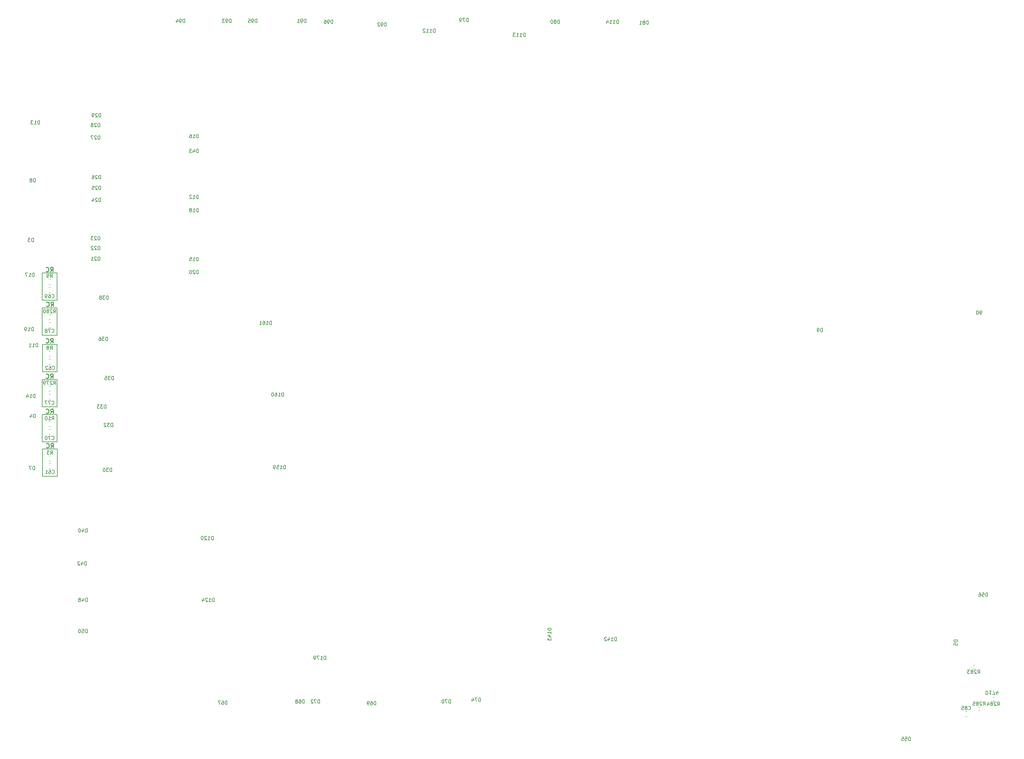
<source format=gbr>
%TF.GenerationSoftware,KiCad,Pcbnew,(6.0.10)*%
%TF.CreationDate,2024-08-19T09:21:52-04:00*%
%TF.ProjectId,ExoFlex_Kicad,45786f46-6c65-4785-9f4b-696361642e6b,rev?*%
%TF.SameCoordinates,Original*%
%TF.FileFunction,Legend,Bot*%
%TF.FilePolarity,Positive*%
%FSLAX46Y46*%
G04 Gerber Fmt 4.6, Leading zero omitted, Abs format (unit mm)*
G04 Created by KiCad (PCBNEW (6.0.10)) date 2024-08-19 09:21:52*
%MOMM*%
%LPD*%
G01*
G04 APERTURE LIST*
%ADD10C,0.150000*%
%ADD11C,0.250000*%
%ADD12C,0.120000*%
G04 APERTURE END LIST*
D10*
X48800000Y-166100000D02*
X53000000Y-166100000D01*
X53000000Y-166100000D02*
X53000000Y-158300000D01*
X53000000Y-158300000D02*
X48800000Y-158300000D01*
X48800000Y-158300000D02*
X48800000Y-166100000D01*
X48700000Y-125900000D02*
X52900000Y-125900000D01*
X52900000Y-125900000D02*
X52900000Y-118100000D01*
X52900000Y-118100000D02*
X48700000Y-118100000D01*
X48700000Y-118100000D02*
X48700000Y-125900000D01*
X48700000Y-146300000D02*
X52900000Y-146300000D01*
X52900000Y-146300000D02*
X52900000Y-138500000D01*
X52900000Y-138500000D02*
X48700000Y-138500000D01*
X48700000Y-138500000D02*
X48700000Y-146300000D01*
X48746190Y-136300000D02*
X52946190Y-136300000D01*
X52946190Y-136300000D02*
X52946190Y-128500000D01*
X52946190Y-128500000D02*
X48746190Y-128500000D01*
X48746190Y-128500000D02*
X48746190Y-136300000D01*
X48733690Y-156300000D02*
X52933690Y-156300000D01*
X52933690Y-156300000D02*
X52933690Y-148500000D01*
X52933690Y-148500000D02*
X48733690Y-148500000D01*
X48733690Y-148500000D02*
X48733690Y-156300000D01*
X48700000Y-115900000D02*
X52900000Y-115900000D01*
X52900000Y-115900000D02*
X52900000Y-108100000D01*
X52900000Y-108100000D02*
X48700000Y-108100000D01*
X48700000Y-108100000D02*
X48700000Y-115900000D01*
D11*
X51138095Y-157965476D02*
X51554761Y-157370238D01*
X51852380Y-157965476D02*
X51852380Y-156715476D01*
X51376190Y-156715476D01*
X51257142Y-156775000D01*
X51197619Y-156834523D01*
X51138095Y-156953571D01*
X51138095Y-157132142D01*
X51197619Y-157251190D01*
X51257142Y-157310714D01*
X51376190Y-157370238D01*
X51852380Y-157370238D01*
X49888095Y-157846428D02*
X49947619Y-157905952D01*
X50126190Y-157965476D01*
X50245238Y-157965476D01*
X50423809Y-157905952D01*
X50542857Y-157786904D01*
X50602380Y-157667857D01*
X50661904Y-157429761D01*
X50661904Y-157251190D01*
X50602380Y-157013095D01*
X50542857Y-156894047D01*
X50423809Y-156775000D01*
X50245238Y-156715476D01*
X50126190Y-156715476D01*
X49947619Y-156775000D01*
X49888095Y-156834523D01*
X51038095Y-138165476D02*
X51454761Y-137570238D01*
X51752380Y-138165476D02*
X51752380Y-136915476D01*
X51276190Y-136915476D01*
X51157142Y-136975000D01*
X51097619Y-137034523D01*
X51038095Y-137153571D01*
X51038095Y-137332142D01*
X51097619Y-137451190D01*
X51157142Y-137510714D01*
X51276190Y-137570238D01*
X51752380Y-137570238D01*
X49788095Y-138046428D02*
X49847619Y-138105952D01*
X50026190Y-138165476D01*
X50145238Y-138165476D01*
X50323809Y-138105952D01*
X50442857Y-137986904D01*
X50502380Y-137867857D01*
X50561904Y-137629761D01*
X50561904Y-137451190D01*
X50502380Y-137213095D01*
X50442857Y-137094047D01*
X50323809Y-136975000D01*
X50145238Y-136915476D01*
X50026190Y-136915476D01*
X49847619Y-136975000D01*
X49788095Y-137034523D01*
X51138095Y-117659476D02*
X51554761Y-117064238D01*
X51852380Y-117659476D02*
X51852380Y-116409476D01*
X51376190Y-116409476D01*
X51257142Y-116469000D01*
X51197619Y-116528523D01*
X51138095Y-116647571D01*
X51138095Y-116826142D01*
X51197619Y-116945190D01*
X51257142Y-117004714D01*
X51376190Y-117064238D01*
X51852380Y-117064238D01*
X49888095Y-117540428D02*
X49947619Y-117599952D01*
X50126190Y-117659476D01*
X50245238Y-117659476D01*
X50423809Y-117599952D01*
X50542857Y-117480904D01*
X50602380Y-117361857D01*
X50661904Y-117123761D01*
X50661904Y-116945190D01*
X50602380Y-116707095D01*
X50542857Y-116588047D01*
X50423809Y-116469000D01*
X50245238Y-116409476D01*
X50126190Y-116409476D01*
X49947619Y-116469000D01*
X49888095Y-116528523D01*
X51038095Y-128073476D02*
X51454761Y-127478238D01*
X51752380Y-128073476D02*
X51752380Y-126823476D01*
X51276190Y-126823476D01*
X51157142Y-126883000D01*
X51097619Y-126942523D01*
X51038095Y-127061571D01*
X51038095Y-127240142D01*
X51097619Y-127359190D01*
X51157142Y-127418714D01*
X51276190Y-127478238D01*
X51752380Y-127478238D01*
X49788095Y-127954428D02*
X49847619Y-128013952D01*
X50026190Y-128073476D01*
X50145238Y-128073476D01*
X50323809Y-128013952D01*
X50442857Y-127894904D01*
X50502380Y-127775857D01*
X50561904Y-127537761D01*
X50561904Y-127359190D01*
X50502380Y-127121095D01*
X50442857Y-127002047D01*
X50323809Y-126883000D01*
X50145238Y-126823476D01*
X50026190Y-126823476D01*
X49847619Y-126883000D01*
X49788095Y-126942523D01*
X51071785Y-148165476D02*
X51488451Y-147570238D01*
X51786070Y-148165476D02*
X51786070Y-146915476D01*
X51309880Y-146915476D01*
X51190832Y-146975000D01*
X51131309Y-147034523D01*
X51071785Y-147153571D01*
X51071785Y-147332142D01*
X51131309Y-147451190D01*
X51190832Y-147510714D01*
X51309880Y-147570238D01*
X51786070Y-147570238D01*
X49821785Y-148046428D02*
X49881309Y-148105952D01*
X50059880Y-148165476D01*
X50178928Y-148165476D01*
X50357499Y-148105952D01*
X50476547Y-147986904D01*
X50536070Y-147867857D01*
X50595594Y-147629761D01*
X50595594Y-147451190D01*
X50536070Y-147213095D01*
X50476547Y-147094047D01*
X50357499Y-146975000D01*
X50178928Y-146915476D01*
X50059880Y-146915476D01*
X49881309Y-146975000D01*
X49821785Y-147034523D01*
X51038095Y-107765476D02*
X51454761Y-107170238D01*
X51752380Y-107765476D02*
X51752380Y-106515476D01*
X51276190Y-106515476D01*
X51157142Y-106575000D01*
X51097619Y-106634523D01*
X51038095Y-106753571D01*
X51038095Y-106932142D01*
X51097619Y-107051190D01*
X51157142Y-107110714D01*
X51276190Y-107170238D01*
X51752380Y-107170238D01*
X49788095Y-107646428D02*
X49847619Y-107705952D01*
X50026190Y-107765476D01*
X50145238Y-107765476D01*
X50323809Y-107705952D01*
X50442857Y-107586904D01*
X50502380Y-107467857D01*
X50561904Y-107229761D01*
X50561904Y-107051190D01*
X50502380Y-106813095D01*
X50442857Y-106694047D01*
X50323809Y-106575000D01*
X50145238Y-106515476D01*
X50026190Y-106515476D01*
X49847619Y-106575000D01*
X49788095Y-106634523D01*
D10*
%TO.C,R285*%
X316841047Y-231432380D02*
X317174380Y-230956190D01*
X317412476Y-231432380D02*
X317412476Y-230432380D01*
X317031523Y-230432380D01*
X316936285Y-230480000D01*
X316888666Y-230527619D01*
X316841047Y-230622857D01*
X316841047Y-230765714D01*
X316888666Y-230860952D01*
X316936285Y-230908571D01*
X317031523Y-230956190D01*
X317412476Y-230956190D01*
X316460095Y-230527619D02*
X316412476Y-230480000D01*
X316317238Y-230432380D01*
X316079142Y-230432380D01*
X315983904Y-230480000D01*
X315936285Y-230527619D01*
X315888666Y-230622857D01*
X315888666Y-230718095D01*
X315936285Y-230860952D01*
X316507714Y-231432380D01*
X315888666Y-231432380D01*
X315317238Y-230860952D02*
X315412476Y-230813333D01*
X315460095Y-230765714D01*
X315507714Y-230670476D01*
X315507714Y-230622857D01*
X315460095Y-230527619D01*
X315412476Y-230480000D01*
X315317238Y-230432380D01*
X315126761Y-230432380D01*
X315031523Y-230480000D01*
X314983904Y-230527619D01*
X314936285Y-230622857D01*
X314936285Y-230670476D01*
X314983904Y-230765714D01*
X315031523Y-230813333D01*
X315126761Y-230860952D01*
X315317238Y-230860952D01*
X315412476Y-230908571D01*
X315460095Y-230956190D01*
X315507714Y-231051428D01*
X315507714Y-231241904D01*
X315460095Y-231337142D01*
X315412476Y-231384761D01*
X315317238Y-231432380D01*
X315126761Y-231432380D01*
X315031523Y-231384761D01*
X314983904Y-231337142D01*
X314936285Y-231241904D01*
X314936285Y-231051428D01*
X314983904Y-230956190D01*
X315031523Y-230908571D01*
X315126761Y-230860952D01*
X314031523Y-230432380D02*
X314507714Y-230432380D01*
X314555333Y-230908571D01*
X314507714Y-230860952D01*
X314412476Y-230813333D01*
X314174380Y-230813333D01*
X314079142Y-230860952D01*
X314031523Y-230908571D01*
X313983904Y-231003809D01*
X313983904Y-231241904D01*
X314031523Y-231337142D01*
X314079142Y-231384761D01*
X314174380Y-231432380D01*
X314412476Y-231432380D01*
X314507714Y-231384761D01*
X314555333Y-231337142D01*
%TO.C,R284*%
X320905047Y-231498380D02*
X321238380Y-231022190D01*
X321476476Y-231498380D02*
X321476476Y-230498380D01*
X321095523Y-230498380D01*
X321000285Y-230546000D01*
X320952666Y-230593619D01*
X320905047Y-230688857D01*
X320905047Y-230831714D01*
X320952666Y-230926952D01*
X321000285Y-230974571D01*
X321095523Y-231022190D01*
X321476476Y-231022190D01*
X320524095Y-230593619D02*
X320476476Y-230546000D01*
X320381238Y-230498380D01*
X320143142Y-230498380D01*
X320047904Y-230546000D01*
X320000285Y-230593619D01*
X319952666Y-230688857D01*
X319952666Y-230784095D01*
X320000285Y-230926952D01*
X320571714Y-231498380D01*
X319952666Y-231498380D01*
X319381238Y-230926952D02*
X319476476Y-230879333D01*
X319524095Y-230831714D01*
X319571714Y-230736476D01*
X319571714Y-230688857D01*
X319524095Y-230593619D01*
X319476476Y-230546000D01*
X319381238Y-230498380D01*
X319190761Y-230498380D01*
X319095523Y-230546000D01*
X319047904Y-230593619D01*
X319000285Y-230688857D01*
X319000285Y-230736476D01*
X319047904Y-230831714D01*
X319095523Y-230879333D01*
X319190761Y-230926952D01*
X319381238Y-230926952D01*
X319476476Y-230974571D01*
X319524095Y-231022190D01*
X319571714Y-231117428D01*
X319571714Y-231307904D01*
X319524095Y-231403142D01*
X319476476Y-231450761D01*
X319381238Y-231498380D01*
X319190761Y-231498380D01*
X319095523Y-231450761D01*
X319047904Y-231403142D01*
X319000285Y-231307904D01*
X319000285Y-231117428D01*
X319047904Y-231022190D01*
X319095523Y-230974571D01*
X319190761Y-230926952D01*
X318143142Y-230831714D02*
X318143142Y-231498380D01*
X318381238Y-230450761D02*
X318619333Y-231165047D01*
X318000285Y-231165047D01*
%TO.C,R283*%
X315317047Y-222354380D02*
X315650380Y-221878190D01*
X315888476Y-222354380D02*
X315888476Y-221354380D01*
X315507523Y-221354380D01*
X315412285Y-221402000D01*
X315364666Y-221449619D01*
X315317047Y-221544857D01*
X315317047Y-221687714D01*
X315364666Y-221782952D01*
X315412285Y-221830571D01*
X315507523Y-221878190D01*
X315888476Y-221878190D01*
X314936095Y-221449619D02*
X314888476Y-221402000D01*
X314793238Y-221354380D01*
X314555142Y-221354380D01*
X314459904Y-221402000D01*
X314412285Y-221449619D01*
X314364666Y-221544857D01*
X314364666Y-221640095D01*
X314412285Y-221782952D01*
X314983714Y-222354380D01*
X314364666Y-222354380D01*
X313793238Y-221782952D02*
X313888476Y-221735333D01*
X313936095Y-221687714D01*
X313983714Y-221592476D01*
X313983714Y-221544857D01*
X313936095Y-221449619D01*
X313888476Y-221402000D01*
X313793238Y-221354380D01*
X313602761Y-221354380D01*
X313507523Y-221402000D01*
X313459904Y-221449619D01*
X313412285Y-221544857D01*
X313412285Y-221592476D01*
X313459904Y-221687714D01*
X313507523Y-221735333D01*
X313602761Y-221782952D01*
X313793238Y-221782952D01*
X313888476Y-221830571D01*
X313936095Y-221878190D01*
X313983714Y-221973428D01*
X313983714Y-222163904D01*
X313936095Y-222259142D01*
X313888476Y-222306761D01*
X313793238Y-222354380D01*
X313602761Y-222354380D01*
X313507523Y-222306761D01*
X313459904Y-222259142D01*
X313412285Y-222163904D01*
X313412285Y-221973428D01*
X313459904Y-221878190D01*
X313507523Y-221830571D01*
X313602761Y-221782952D01*
X313078952Y-221354380D02*
X312459904Y-221354380D01*
X312793238Y-221735333D01*
X312650380Y-221735333D01*
X312555142Y-221782952D01*
X312507523Y-221830571D01*
X312459904Y-221925809D01*
X312459904Y-222163904D01*
X312507523Y-222259142D01*
X312555142Y-222306761D01*
X312650380Y-222354380D01*
X312936095Y-222354380D01*
X313031333Y-222306761D01*
X313078952Y-222259142D01*
%TO.C,D174*%
X317703970Y-227349690D02*
X317703970Y-228349690D01*
X317942066Y-228349690D01*
X318084923Y-228302071D01*
X318180161Y-228206832D01*
X318227780Y-228111594D01*
X318275399Y-227921118D01*
X318275399Y-227778261D01*
X318227780Y-227587785D01*
X318180161Y-227492547D01*
X318084923Y-227397309D01*
X317942066Y-227349690D01*
X317703970Y-227349690D01*
X319227780Y-227349690D02*
X318656351Y-227349690D01*
X318942066Y-227349690D02*
X318942066Y-228349690D01*
X318846827Y-228206832D01*
X318751589Y-228111594D01*
X318656351Y-228063975D01*
X319561113Y-228349690D02*
X320227780Y-228349690D01*
X319799208Y-227349690D01*
X321037304Y-228016356D02*
X321037304Y-227349690D01*
X320799208Y-228397309D02*
X320561113Y-227683023D01*
X321180161Y-227683023D01*
%TO.C,C85*%
X312667888Y-232572895D02*
X312715507Y-232620514D01*
X312858364Y-232668133D01*
X312953602Y-232668133D01*
X313096459Y-232620514D01*
X313191697Y-232525276D01*
X313239316Y-232430038D01*
X313286935Y-232239562D01*
X313286935Y-232096705D01*
X313239316Y-231906229D01*
X313191697Y-231810991D01*
X313096459Y-231715753D01*
X312953602Y-231668133D01*
X312858364Y-231668133D01*
X312715507Y-231715753D01*
X312667888Y-231763372D01*
X312096459Y-232096705D02*
X312191697Y-232049086D01*
X312239316Y-232001467D01*
X312286935Y-231906229D01*
X312286935Y-231858610D01*
X312239316Y-231763372D01*
X312191697Y-231715753D01*
X312096459Y-231668133D01*
X311905983Y-231668133D01*
X311810745Y-231715753D01*
X311763126Y-231763372D01*
X311715507Y-231858610D01*
X311715507Y-231906229D01*
X311763126Y-232001467D01*
X311810745Y-232049086D01*
X311905983Y-232096705D01*
X312096459Y-232096705D01*
X312191697Y-232144324D01*
X312239316Y-232191943D01*
X312286935Y-232287181D01*
X312286935Y-232477657D01*
X312239316Y-232572895D01*
X312191697Y-232620514D01*
X312096459Y-232668133D01*
X311905983Y-232668133D01*
X311810745Y-232620514D01*
X311763126Y-232572895D01*
X311715507Y-232477657D01*
X311715507Y-232287181D01*
X311763126Y-232191943D01*
X311810745Y-232144324D01*
X311905983Y-232096705D01*
X310810745Y-231668133D02*
X311286935Y-231668133D01*
X311334554Y-232144324D01*
X311286935Y-232096705D01*
X311191697Y-232049086D01*
X310953602Y-232049086D01*
X310858364Y-232096705D01*
X310810745Y-232144324D01*
X310763126Y-232239562D01*
X310763126Y-232477657D01*
X310810745Y-232572895D01*
X310858364Y-232620514D01*
X310953602Y-232668133D01*
X311191697Y-232668133D01*
X311286935Y-232620514D01*
X311334554Y-232572895D01*
%TO.C,C70*%
X51442857Y-155557142D02*
X51490476Y-155604761D01*
X51633333Y-155652380D01*
X51728571Y-155652380D01*
X51871428Y-155604761D01*
X51966666Y-155509523D01*
X52014285Y-155414285D01*
X52061904Y-155223809D01*
X52061904Y-155080952D01*
X52014285Y-154890476D01*
X51966666Y-154795238D01*
X51871428Y-154700000D01*
X51728571Y-154652380D01*
X51633333Y-154652380D01*
X51490476Y-154700000D01*
X51442857Y-154747619D01*
X51109523Y-154652380D02*
X50442857Y-154652380D01*
X50871428Y-155652380D01*
X49871428Y-154652380D02*
X49776190Y-154652380D01*
X49680952Y-154700000D01*
X49633333Y-154747619D01*
X49585714Y-154842857D01*
X49538095Y-155033333D01*
X49538095Y-155271428D01*
X49585714Y-155461904D01*
X49633333Y-155557142D01*
X49680952Y-155604761D01*
X49776190Y-155652380D01*
X49871428Y-155652380D01*
X49966666Y-155604761D01*
X50014285Y-155557142D01*
X50061904Y-155461904D01*
X50109523Y-155271428D01*
X50109523Y-155033333D01*
X50061904Y-154842857D01*
X50014285Y-154747619D01*
X49966666Y-154700000D01*
X49871428Y-154652380D01*
%TO.C,D48*%
X61536285Y-201874380D02*
X61536285Y-200874380D01*
X61298190Y-200874380D01*
X61155333Y-200922000D01*
X61060095Y-201017238D01*
X61012476Y-201112476D01*
X60964857Y-201302952D01*
X60964857Y-201445809D01*
X61012476Y-201636285D01*
X61060095Y-201731523D01*
X61155333Y-201826761D01*
X61298190Y-201874380D01*
X61536285Y-201874380D01*
X60107714Y-201207714D02*
X60107714Y-201874380D01*
X60345809Y-200826761D02*
X60583904Y-201541047D01*
X59964857Y-201541047D01*
X59441047Y-201302952D02*
X59536285Y-201255333D01*
X59583904Y-201207714D01*
X59631523Y-201112476D01*
X59631523Y-201064857D01*
X59583904Y-200969619D01*
X59536285Y-200922000D01*
X59441047Y-200874380D01*
X59250571Y-200874380D01*
X59155333Y-200922000D01*
X59107714Y-200969619D01*
X59060095Y-201064857D01*
X59060095Y-201112476D01*
X59107714Y-201207714D01*
X59155333Y-201255333D01*
X59250571Y-201302952D01*
X59441047Y-201302952D01*
X59536285Y-201350571D01*
X59583904Y-201398190D01*
X59631523Y-201493428D01*
X59631523Y-201683904D01*
X59583904Y-201779142D01*
X59536285Y-201826761D01*
X59441047Y-201874380D01*
X59250571Y-201874380D01*
X59155333Y-201826761D01*
X59107714Y-201779142D01*
X59060095Y-201683904D01*
X59060095Y-201493428D01*
X59107714Y-201398190D01*
X59155333Y-201350571D01*
X59250571Y-201302952D01*
%TO.C,D93*%
X102560285Y-36774380D02*
X102560285Y-35774380D01*
X102322190Y-35774380D01*
X102179333Y-35822000D01*
X102084095Y-35917238D01*
X102036476Y-36012476D01*
X101988857Y-36202952D01*
X101988857Y-36345809D01*
X102036476Y-36536285D01*
X102084095Y-36631523D01*
X102179333Y-36726761D01*
X102322190Y-36774380D01*
X102560285Y-36774380D01*
X101512666Y-36774380D02*
X101322190Y-36774380D01*
X101226952Y-36726761D01*
X101179333Y-36679142D01*
X101084095Y-36536285D01*
X101036476Y-36345809D01*
X101036476Y-35964857D01*
X101084095Y-35869619D01*
X101131714Y-35822000D01*
X101226952Y-35774380D01*
X101417428Y-35774380D01*
X101512666Y-35822000D01*
X101560285Y-35869619D01*
X101607904Y-35964857D01*
X101607904Y-36202952D01*
X101560285Y-36298190D01*
X101512666Y-36345809D01*
X101417428Y-36393428D01*
X101226952Y-36393428D01*
X101131714Y-36345809D01*
X101084095Y-36298190D01*
X101036476Y-36202952D01*
X100703142Y-35774380D02*
X100084095Y-35774380D01*
X100417428Y-36155333D01*
X100274571Y-36155333D01*
X100179333Y-36202952D01*
X100131714Y-36250571D01*
X100084095Y-36345809D01*
X100084095Y-36583904D01*
X100131714Y-36679142D01*
X100179333Y-36726761D01*
X100274571Y-36774380D01*
X100560285Y-36774380D01*
X100655523Y-36726761D01*
X100703142Y-36679142D01*
%TO.C,C61*%
X51542857Y-165257142D02*
X51590476Y-165304761D01*
X51733333Y-165352380D01*
X51828571Y-165352380D01*
X51971428Y-165304761D01*
X52066666Y-165209523D01*
X52114285Y-165114285D01*
X52161904Y-164923809D01*
X52161904Y-164780952D01*
X52114285Y-164590476D01*
X52066666Y-164495238D01*
X51971428Y-164400000D01*
X51828571Y-164352380D01*
X51733333Y-164352380D01*
X51590476Y-164400000D01*
X51542857Y-164447619D01*
X50685714Y-164352380D02*
X50876190Y-164352380D01*
X50971428Y-164400000D01*
X51019047Y-164447619D01*
X51114285Y-164590476D01*
X51161904Y-164780952D01*
X51161904Y-165161904D01*
X51114285Y-165257142D01*
X51066666Y-165304761D01*
X50971428Y-165352380D01*
X50780952Y-165352380D01*
X50685714Y-165304761D01*
X50638095Y-165257142D01*
X50590476Y-165161904D01*
X50590476Y-164923809D01*
X50638095Y-164828571D01*
X50685714Y-164780952D01*
X50780952Y-164733333D01*
X50971428Y-164733333D01*
X51066666Y-164780952D01*
X51114285Y-164828571D01*
X51161904Y-164923809D01*
X49638095Y-165352380D02*
X50209523Y-165352380D01*
X49923809Y-165352380D02*
X49923809Y-164352380D01*
X50019047Y-164495238D01*
X50114285Y-164590476D01*
X50209523Y-164638095D01*
%TO.C,R10*%
X51442857Y-150052380D02*
X51776190Y-149576190D01*
X52014285Y-150052380D02*
X52014285Y-149052380D01*
X51633333Y-149052380D01*
X51538095Y-149100000D01*
X51490476Y-149147619D01*
X51442857Y-149242857D01*
X51442857Y-149385714D01*
X51490476Y-149480952D01*
X51538095Y-149528571D01*
X51633333Y-149576190D01*
X52014285Y-149576190D01*
X50490476Y-150052380D02*
X51061904Y-150052380D01*
X50776190Y-150052380D02*
X50776190Y-149052380D01*
X50871428Y-149195238D01*
X50966666Y-149290476D01*
X51061904Y-149338095D01*
X49871428Y-149052380D02*
X49776190Y-149052380D01*
X49680952Y-149100000D01*
X49633333Y-149147619D01*
X49585714Y-149242857D01*
X49538095Y-149433333D01*
X49538095Y-149671428D01*
X49585714Y-149861904D01*
X49633333Y-149957142D01*
X49680952Y-150004761D01*
X49776190Y-150052380D01*
X49871428Y-150052380D01*
X49966666Y-150004761D01*
X50014285Y-149957142D01*
X50061904Y-149861904D01*
X50109523Y-149671428D01*
X50109523Y-149433333D01*
X50061904Y-149242857D01*
X50014285Y-149147619D01*
X49966666Y-149100000D01*
X49871428Y-149052380D01*
%TO.C,D42*%
X61282285Y-191460380D02*
X61282285Y-190460380D01*
X61044190Y-190460380D01*
X60901333Y-190508000D01*
X60806095Y-190603238D01*
X60758476Y-190698476D01*
X60710857Y-190888952D01*
X60710857Y-191031809D01*
X60758476Y-191222285D01*
X60806095Y-191317523D01*
X60901333Y-191412761D01*
X61044190Y-191460380D01*
X61282285Y-191460380D01*
X59853714Y-190793714D02*
X59853714Y-191460380D01*
X60091809Y-190412761D02*
X60329904Y-191127047D01*
X59710857Y-191127047D01*
X59377523Y-190555619D02*
X59329904Y-190508000D01*
X59234666Y-190460380D01*
X58996571Y-190460380D01*
X58901333Y-190508000D01*
X58853714Y-190555619D01*
X58806095Y-190650857D01*
X58806095Y-190746095D01*
X58853714Y-190888952D01*
X59425142Y-191460380D01*
X58806095Y-191460380D01*
%TO.C,D50*%
X61536285Y-210764380D02*
X61536285Y-209764380D01*
X61298190Y-209764380D01*
X61155333Y-209812000D01*
X61060095Y-209907238D01*
X61012476Y-210002476D01*
X60964857Y-210192952D01*
X60964857Y-210335809D01*
X61012476Y-210526285D01*
X61060095Y-210621523D01*
X61155333Y-210716761D01*
X61298190Y-210764380D01*
X61536285Y-210764380D01*
X60060095Y-209764380D02*
X60536285Y-209764380D01*
X60583904Y-210240571D01*
X60536285Y-210192952D01*
X60441047Y-210145333D01*
X60202952Y-210145333D01*
X60107714Y-210192952D01*
X60060095Y-210240571D01*
X60012476Y-210335809D01*
X60012476Y-210573904D01*
X60060095Y-210669142D01*
X60107714Y-210716761D01*
X60202952Y-210764380D01*
X60441047Y-210764380D01*
X60536285Y-210716761D01*
X60583904Y-210669142D01*
X59393428Y-209764380D02*
X59298190Y-209764380D01*
X59202952Y-209812000D01*
X59155333Y-209859619D01*
X59107714Y-209954857D01*
X59060095Y-210145333D01*
X59060095Y-210383428D01*
X59107714Y-210573904D01*
X59155333Y-210669142D01*
X59202952Y-210716761D01*
X59298190Y-210764380D01*
X59393428Y-210764380D01*
X59488666Y-210716761D01*
X59536285Y-210669142D01*
X59583904Y-210573904D01*
X59631523Y-210383428D01*
X59631523Y-210145333D01*
X59583904Y-209954857D01*
X59536285Y-209859619D01*
X59488666Y-209812000D01*
X59393428Y-209764380D01*
%TO.C,R9*%
X50966666Y-109452380D02*
X51300000Y-108976190D01*
X51538095Y-109452380D02*
X51538095Y-108452380D01*
X51157142Y-108452380D01*
X51061904Y-108500000D01*
X51014285Y-108547619D01*
X50966666Y-108642857D01*
X50966666Y-108785714D01*
X51014285Y-108880952D01*
X51061904Y-108928571D01*
X51157142Y-108976190D01*
X51538095Y-108976190D01*
X50490476Y-109452380D02*
X50300000Y-109452380D01*
X50204761Y-109404761D01*
X50157142Y-109357142D01*
X50061904Y-109214285D01*
X50014285Y-109023809D01*
X50014285Y-108642857D01*
X50061904Y-108547619D01*
X50109523Y-108500000D01*
X50204761Y-108452380D01*
X50395238Y-108452380D01*
X50490476Y-108500000D01*
X50538095Y-108547619D01*
X50585714Y-108642857D01*
X50585714Y-108880952D01*
X50538095Y-108976190D01*
X50490476Y-109023809D01*
X50395238Y-109071428D01*
X50204761Y-109071428D01*
X50109523Y-109023809D01*
X50061904Y-108976190D01*
X50014285Y-108880952D01*
%TO.C,D22*%
X65112285Y-101544380D02*
X65112285Y-100544380D01*
X64874190Y-100544380D01*
X64731333Y-100592000D01*
X64636095Y-100687238D01*
X64588476Y-100782476D01*
X64540857Y-100972952D01*
X64540857Y-101115809D01*
X64588476Y-101306285D01*
X64636095Y-101401523D01*
X64731333Y-101496761D01*
X64874190Y-101544380D01*
X65112285Y-101544380D01*
X64159904Y-100639619D02*
X64112285Y-100592000D01*
X64017047Y-100544380D01*
X63778952Y-100544380D01*
X63683714Y-100592000D01*
X63636095Y-100639619D01*
X63588476Y-100734857D01*
X63588476Y-100830095D01*
X63636095Y-100972952D01*
X64207523Y-101544380D01*
X63588476Y-101544380D01*
X63207523Y-100639619D02*
X63159904Y-100592000D01*
X63064666Y-100544380D01*
X62826571Y-100544380D01*
X62731333Y-100592000D01*
X62683714Y-100639619D01*
X62636095Y-100734857D01*
X62636095Y-100830095D01*
X62683714Y-100972952D01*
X63255142Y-101544380D01*
X62636095Y-101544380D01*
%TO.C,R280*%
X51931547Y-119552380D02*
X52264880Y-119076190D01*
X52502976Y-119552380D02*
X52502976Y-118552380D01*
X52122023Y-118552380D01*
X52026785Y-118600000D01*
X51979166Y-118647619D01*
X51931547Y-118742857D01*
X51931547Y-118885714D01*
X51979166Y-118980952D01*
X52026785Y-119028571D01*
X52122023Y-119076190D01*
X52502976Y-119076190D01*
X51550595Y-118647619D02*
X51502976Y-118600000D01*
X51407738Y-118552380D01*
X51169642Y-118552380D01*
X51074404Y-118600000D01*
X51026785Y-118647619D01*
X50979166Y-118742857D01*
X50979166Y-118838095D01*
X51026785Y-118980952D01*
X51598214Y-119552380D01*
X50979166Y-119552380D01*
X50407738Y-118980952D02*
X50502976Y-118933333D01*
X50550595Y-118885714D01*
X50598214Y-118790476D01*
X50598214Y-118742857D01*
X50550595Y-118647619D01*
X50502976Y-118600000D01*
X50407738Y-118552380D01*
X50217261Y-118552380D01*
X50122023Y-118600000D01*
X50074404Y-118647619D01*
X50026785Y-118742857D01*
X50026785Y-118790476D01*
X50074404Y-118885714D01*
X50122023Y-118933333D01*
X50217261Y-118980952D01*
X50407738Y-118980952D01*
X50502976Y-119028571D01*
X50550595Y-119076190D01*
X50598214Y-119171428D01*
X50598214Y-119361904D01*
X50550595Y-119457142D01*
X50502976Y-119504761D01*
X50407738Y-119552380D01*
X50217261Y-119552380D01*
X50122023Y-119504761D01*
X50074404Y-119457142D01*
X50026785Y-119361904D01*
X50026785Y-119171428D01*
X50074404Y-119076190D01*
X50122023Y-119028571D01*
X50217261Y-118980952D01*
X49407738Y-118552380D02*
X49312500Y-118552380D01*
X49217261Y-118600000D01*
X49169642Y-118647619D01*
X49122023Y-118742857D01*
X49074404Y-118933333D01*
X49074404Y-119171428D01*
X49122023Y-119361904D01*
X49169642Y-119457142D01*
X49217261Y-119504761D01*
X49312500Y-119552380D01*
X49407738Y-119552380D01*
X49502976Y-119504761D01*
X49550595Y-119457142D01*
X49598214Y-119361904D01*
X49645833Y-119171428D01*
X49645833Y-118933333D01*
X49598214Y-118742857D01*
X49550595Y-118647619D01*
X49502976Y-118600000D01*
X49407738Y-118552380D01*
%TO.C,D13*%
X47950285Y-65730380D02*
X47950285Y-64730380D01*
X47712190Y-64730380D01*
X47569333Y-64778000D01*
X47474095Y-64873238D01*
X47426476Y-64968476D01*
X47378857Y-65158952D01*
X47378857Y-65301809D01*
X47426476Y-65492285D01*
X47474095Y-65587523D01*
X47569333Y-65682761D01*
X47712190Y-65730380D01*
X47950285Y-65730380D01*
X46426476Y-65730380D02*
X46997904Y-65730380D01*
X46712190Y-65730380D02*
X46712190Y-64730380D01*
X46807428Y-64873238D01*
X46902666Y-64968476D01*
X46997904Y-65016095D01*
X46093142Y-64730380D02*
X45474095Y-64730380D01*
X45807428Y-65111333D01*
X45664571Y-65111333D01*
X45569333Y-65158952D01*
X45521714Y-65206571D01*
X45474095Y-65301809D01*
X45474095Y-65539904D01*
X45521714Y-65635142D01*
X45569333Y-65682761D01*
X45664571Y-65730380D01*
X45950285Y-65730380D01*
X46045523Y-65682761D01*
X46093142Y-65635142D01*
%TO.C,D23*%
X65112285Y-98750380D02*
X65112285Y-97750380D01*
X64874190Y-97750380D01*
X64731333Y-97798000D01*
X64636095Y-97893238D01*
X64588476Y-97988476D01*
X64540857Y-98178952D01*
X64540857Y-98321809D01*
X64588476Y-98512285D01*
X64636095Y-98607523D01*
X64731333Y-98702761D01*
X64874190Y-98750380D01*
X65112285Y-98750380D01*
X64159904Y-97845619D02*
X64112285Y-97798000D01*
X64017047Y-97750380D01*
X63778952Y-97750380D01*
X63683714Y-97798000D01*
X63636095Y-97845619D01*
X63588476Y-97940857D01*
X63588476Y-98036095D01*
X63636095Y-98178952D01*
X64207523Y-98750380D01*
X63588476Y-98750380D01*
X63255142Y-97750380D02*
X62636095Y-97750380D01*
X62969428Y-98131333D01*
X62826571Y-98131333D01*
X62731333Y-98178952D01*
X62683714Y-98226571D01*
X62636095Y-98321809D01*
X62636095Y-98559904D01*
X62683714Y-98655142D01*
X62731333Y-98702761D01*
X62826571Y-98750380D01*
X63112285Y-98750380D01*
X63207523Y-98702761D01*
X63255142Y-98655142D01*
%TO.C,D161*%
X114066476Y-122880380D02*
X114066476Y-121880380D01*
X113828380Y-121880380D01*
X113685523Y-121928000D01*
X113590285Y-122023238D01*
X113542666Y-122118476D01*
X113495047Y-122308952D01*
X113495047Y-122451809D01*
X113542666Y-122642285D01*
X113590285Y-122737523D01*
X113685523Y-122832761D01*
X113828380Y-122880380D01*
X114066476Y-122880380D01*
X112542666Y-122880380D02*
X113114095Y-122880380D01*
X112828380Y-122880380D02*
X112828380Y-121880380D01*
X112923619Y-122023238D01*
X113018857Y-122118476D01*
X113114095Y-122166095D01*
X111685523Y-121880380D02*
X111876000Y-121880380D01*
X111971238Y-121928000D01*
X112018857Y-121975619D01*
X112114095Y-122118476D01*
X112161714Y-122308952D01*
X112161714Y-122689904D01*
X112114095Y-122785142D01*
X112066476Y-122832761D01*
X111971238Y-122880380D01*
X111780761Y-122880380D01*
X111685523Y-122832761D01*
X111637904Y-122785142D01*
X111590285Y-122689904D01*
X111590285Y-122451809D01*
X111637904Y-122356571D01*
X111685523Y-122308952D01*
X111780761Y-122261333D01*
X111971238Y-122261333D01*
X112066476Y-122308952D01*
X112114095Y-122356571D01*
X112161714Y-122451809D01*
X110637904Y-122880380D02*
X111209333Y-122880380D01*
X110923619Y-122880380D02*
X110923619Y-121880380D01*
X111018857Y-122023238D01*
X111114095Y-122118476D01*
X111209333Y-122166095D01*
%TO.C,D7*%
X46554095Y-164282380D02*
X46554095Y-163282380D01*
X46316000Y-163282380D01*
X46173142Y-163330000D01*
X46077904Y-163425238D01*
X46030285Y-163520476D01*
X45982666Y-163710952D01*
X45982666Y-163853809D01*
X46030285Y-164044285D01*
X46077904Y-164139523D01*
X46173142Y-164234761D01*
X46316000Y-164282380D01*
X46554095Y-164282380D01*
X45649333Y-163282380D02*
X44982666Y-163282380D01*
X45411238Y-164282380D01*
%TO.C,D95*%
X109926285Y-36774380D02*
X109926285Y-35774380D01*
X109688190Y-35774380D01*
X109545333Y-35822000D01*
X109450095Y-35917238D01*
X109402476Y-36012476D01*
X109354857Y-36202952D01*
X109354857Y-36345809D01*
X109402476Y-36536285D01*
X109450095Y-36631523D01*
X109545333Y-36726761D01*
X109688190Y-36774380D01*
X109926285Y-36774380D01*
X108878666Y-36774380D02*
X108688190Y-36774380D01*
X108592952Y-36726761D01*
X108545333Y-36679142D01*
X108450095Y-36536285D01*
X108402476Y-36345809D01*
X108402476Y-35964857D01*
X108450095Y-35869619D01*
X108497714Y-35822000D01*
X108592952Y-35774380D01*
X108783428Y-35774380D01*
X108878666Y-35822000D01*
X108926285Y-35869619D01*
X108973904Y-35964857D01*
X108973904Y-36202952D01*
X108926285Y-36298190D01*
X108878666Y-36345809D01*
X108783428Y-36393428D01*
X108592952Y-36393428D01*
X108497714Y-36345809D01*
X108450095Y-36298190D01*
X108402476Y-36202952D01*
X107497714Y-35774380D02*
X107973904Y-35774380D01*
X108021523Y-36250571D01*
X107973904Y-36202952D01*
X107878666Y-36155333D01*
X107640571Y-36155333D01*
X107545333Y-36202952D01*
X107497714Y-36250571D01*
X107450095Y-36345809D01*
X107450095Y-36583904D01*
X107497714Y-36679142D01*
X107545333Y-36726761D01*
X107640571Y-36774380D01*
X107878666Y-36774380D01*
X107973904Y-36726761D01*
X108021523Y-36679142D01*
%TO.C,D24*%
X65366285Y-87828380D02*
X65366285Y-86828380D01*
X65128190Y-86828380D01*
X64985333Y-86876000D01*
X64890095Y-86971238D01*
X64842476Y-87066476D01*
X64794857Y-87256952D01*
X64794857Y-87399809D01*
X64842476Y-87590285D01*
X64890095Y-87685523D01*
X64985333Y-87780761D01*
X65128190Y-87828380D01*
X65366285Y-87828380D01*
X64413904Y-86923619D02*
X64366285Y-86876000D01*
X64271047Y-86828380D01*
X64032952Y-86828380D01*
X63937714Y-86876000D01*
X63890095Y-86923619D01*
X63842476Y-87018857D01*
X63842476Y-87114095D01*
X63890095Y-87256952D01*
X64461523Y-87828380D01*
X63842476Y-87828380D01*
X62985333Y-87161714D02*
X62985333Y-87828380D01*
X63223428Y-86780761D02*
X63461523Y-87495047D01*
X62842476Y-87495047D01*
%TO.C,D28*%
X65112285Y-66492380D02*
X65112285Y-65492380D01*
X64874190Y-65492380D01*
X64731333Y-65540000D01*
X64636095Y-65635238D01*
X64588476Y-65730476D01*
X64540857Y-65920952D01*
X64540857Y-66063809D01*
X64588476Y-66254285D01*
X64636095Y-66349523D01*
X64731333Y-66444761D01*
X64874190Y-66492380D01*
X65112285Y-66492380D01*
X64159904Y-65587619D02*
X64112285Y-65540000D01*
X64017047Y-65492380D01*
X63778952Y-65492380D01*
X63683714Y-65540000D01*
X63636095Y-65587619D01*
X63588476Y-65682857D01*
X63588476Y-65778095D01*
X63636095Y-65920952D01*
X64207523Y-66492380D01*
X63588476Y-66492380D01*
X63017047Y-65920952D02*
X63112285Y-65873333D01*
X63159904Y-65825714D01*
X63207523Y-65730476D01*
X63207523Y-65682857D01*
X63159904Y-65587619D01*
X63112285Y-65540000D01*
X63017047Y-65492380D01*
X62826571Y-65492380D01*
X62731333Y-65540000D01*
X62683714Y-65587619D01*
X62636095Y-65682857D01*
X62636095Y-65730476D01*
X62683714Y-65825714D01*
X62731333Y-65873333D01*
X62826571Y-65920952D01*
X63017047Y-65920952D01*
X63112285Y-65968571D01*
X63159904Y-66016190D01*
X63207523Y-66111428D01*
X63207523Y-66301904D01*
X63159904Y-66397142D01*
X63112285Y-66444761D01*
X63017047Y-66492380D01*
X62826571Y-66492380D01*
X62731333Y-66444761D01*
X62683714Y-66397142D01*
X62636095Y-66301904D01*
X62636095Y-66111428D01*
X62683714Y-66016190D01*
X62731333Y-65968571D01*
X62826571Y-65920952D01*
%TO.C,D12*%
X93162285Y-86920380D02*
X93162285Y-85920380D01*
X92924190Y-85920380D01*
X92781333Y-85968000D01*
X92686095Y-86063238D01*
X92638476Y-86158476D01*
X92590857Y-86348952D01*
X92590857Y-86491809D01*
X92638476Y-86682285D01*
X92686095Y-86777523D01*
X92781333Y-86872761D01*
X92924190Y-86920380D01*
X93162285Y-86920380D01*
X91638476Y-86920380D02*
X92209904Y-86920380D01*
X91924190Y-86920380D02*
X91924190Y-85920380D01*
X92019428Y-86063238D01*
X92114666Y-86158476D01*
X92209904Y-86206095D01*
X91257523Y-86015619D02*
X91209904Y-85968000D01*
X91114666Y-85920380D01*
X90876571Y-85920380D01*
X90781333Y-85968000D01*
X90733714Y-86015619D01*
X90686095Y-86110857D01*
X90686095Y-86206095D01*
X90733714Y-86348952D01*
X91305142Y-86920380D01*
X90686095Y-86920380D01*
%TO.C,R279*%
X51919047Y-139952380D02*
X52252380Y-139476190D01*
X52490476Y-139952380D02*
X52490476Y-138952380D01*
X52109523Y-138952380D01*
X52014285Y-139000000D01*
X51966666Y-139047619D01*
X51919047Y-139142857D01*
X51919047Y-139285714D01*
X51966666Y-139380952D01*
X52014285Y-139428571D01*
X52109523Y-139476190D01*
X52490476Y-139476190D01*
X51538095Y-139047619D02*
X51490476Y-139000000D01*
X51395238Y-138952380D01*
X51157142Y-138952380D01*
X51061904Y-139000000D01*
X51014285Y-139047619D01*
X50966666Y-139142857D01*
X50966666Y-139238095D01*
X51014285Y-139380952D01*
X51585714Y-139952380D01*
X50966666Y-139952380D01*
X50633333Y-138952380D02*
X49966666Y-138952380D01*
X50395238Y-139952380D01*
X49538095Y-139952380D02*
X49347619Y-139952380D01*
X49252380Y-139904761D01*
X49204761Y-139857142D01*
X49109523Y-139714285D01*
X49061904Y-139523809D01*
X49061904Y-139142857D01*
X49109523Y-139047619D01*
X49157142Y-139000000D01*
X49252380Y-138952380D01*
X49442857Y-138952380D01*
X49538095Y-139000000D01*
X49585714Y-139047619D01*
X49633333Y-139142857D01*
X49633333Y-139380952D01*
X49585714Y-139476190D01*
X49538095Y-139523809D01*
X49442857Y-139571428D01*
X49252380Y-139571428D01*
X49157142Y-139523809D01*
X49109523Y-139476190D01*
X49061904Y-139380952D01*
%TO.C,D19*%
X46172285Y-124658380D02*
X46172285Y-123658380D01*
X45934190Y-123658380D01*
X45791333Y-123706000D01*
X45696095Y-123801238D01*
X45648476Y-123896476D01*
X45600857Y-124086952D01*
X45600857Y-124229809D01*
X45648476Y-124420285D01*
X45696095Y-124515523D01*
X45791333Y-124610761D01*
X45934190Y-124658380D01*
X46172285Y-124658380D01*
X44648476Y-124658380D02*
X45219904Y-124658380D01*
X44934190Y-124658380D02*
X44934190Y-123658380D01*
X45029428Y-123801238D01*
X45124666Y-123896476D01*
X45219904Y-123944095D01*
X44172285Y-124658380D02*
X43981809Y-124658380D01*
X43886571Y-124610761D01*
X43838952Y-124563142D01*
X43743714Y-124420285D01*
X43696095Y-124229809D01*
X43696095Y-123848857D01*
X43743714Y-123753619D01*
X43791333Y-123706000D01*
X43886571Y-123658380D01*
X44077047Y-123658380D01*
X44172285Y-123706000D01*
X44219904Y-123753619D01*
X44267523Y-123848857D01*
X44267523Y-124086952D01*
X44219904Y-124182190D01*
X44172285Y-124229809D01*
X44077047Y-124277428D01*
X43886571Y-124277428D01*
X43791333Y-124229809D01*
X43743714Y-124182190D01*
X43696095Y-124086952D01*
%TO.C,D21*%
X65112285Y-104592380D02*
X65112285Y-103592380D01*
X64874190Y-103592380D01*
X64731333Y-103640000D01*
X64636095Y-103735238D01*
X64588476Y-103830476D01*
X64540857Y-104020952D01*
X64540857Y-104163809D01*
X64588476Y-104354285D01*
X64636095Y-104449523D01*
X64731333Y-104544761D01*
X64874190Y-104592380D01*
X65112285Y-104592380D01*
X64159904Y-103687619D02*
X64112285Y-103640000D01*
X64017047Y-103592380D01*
X63778952Y-103592380D01*
X63683714Y-103640000D01*
X63636095Y-103687619D01*
X63588476Y-103782857D01*
X63588476Y-103878095D01*
X63636095Y-104020952D01*
X64207523Y-104592380D01*
X63588476Y-104592380D01*
X62636095Y-104592380D02*
X63207523Y-104592380D01*
X62921809Y-104592380D02*
X62921809Y-103592380D01*
X63017047Y-103735238D01*
X63112285Y-103830476D01*
X63207523Y-103878095D01*
%TO.C,D80*%
X196128285Y-37028380D02*
X196128285Y-36028380D01*
X195890190Y-36028380D01*
X195747333Y-36076000D01*
X195652095Y-36171238D01*
X195604476Y-36266476D01*
X195556857Y-36456952D01*
X195556857Y-36599809D01*
X195604476Y-36790285D01*
X195652095Y-36885523D01*
X195747333Y-36980761D01*
X195890190Y-37028380D01*
X196128285Y-37028380D01*
X194985428Y-36456952D02*
X195080666Y-36409333D01*
X195128285Y-36361714D01*
X195175904Y-36266476D01*
X195175904Y-36218857D01*
X195128285Y-36123619D01*
X195080666Y-36076000D01*
X194985428Y-36028380D01*
X194794952Y-36028380D01*
X194699714Y-36076000D01*
X194652095Y-36123619D01*
X194604476Y-36218857D01*
X194604476Y-36266476D01*
X194652095Y-36361714D01*
X194699714Y-36409333D01*
X194794952Y-36456952D01*
X194985428Y-36456952D01*
X195080666Y-36504571D01*
X195128285Y-36552190D01*
X195175904Y-36647428D01*
X195175904Y-36837904D01*
X195128285Y-36933142D01*
X195080666Y-36980761D01*
X194985428Y-37028380D01*
X194794952Y-37028380D01*
X194699714Y-36980761D01*
X194652095Y-36933142D01*
X194604476Y-36837904D01*
X194604476Y-36647428D01*
X194652095Y-36552190D01*
X194699714Y-36504571D01*
X194794952Y-36456952D01*
X193985428Y-36028380D02*
X193890190Y-36028380D01*
X193794952Y-36076000D01*
X193747333Y-36123619D01*
X193699714Y-36218857D01*
X193652095Y-36409333D01*
X193652095Y-36647428D01*
X193699714Y-36837904D01*
X193747333Y-36933142D01*
X193794952Y-36980761D01*
X193890190Y-37028380D01*
X193985428Y-37028380D01*
X194080666Y-36980761D01*
X194128285Y-36933142D01*
X194175904Y-36837904D01*
X194223523Y-36647428D01*
X194223523Y-36409333D01*
X194175904Y-36218857D01*
X194128285Y-36123619D01*
X194080666Y-36076000D01*
X193985428Y-36028380D01*
%TO.C,D30*%
X68524285Y-164790380D02*
X68524285Y-163790380D01*
X68286190Y-163790380D01*
X68143333Y-163838000D01*
X68048095Y-163933238D01*
X68000476Y-164028476D01*
X67952857Y-164218952D01*
X67952857Y-164361809D01*
X68000476Y-164552285D01*
X68048095Y-164647523D01*
X68143333Y-164742761D01*
X68286190Y-164790380D01*
X68524285Y-164790380D01*
X67619523Y-163790380D02*
X67000476Y-163790380D01*
X67333809Y-164171333D01*
X67190952Y-164171333D01*
X67095714Y-164218952D01*
X67048095Y-164266571D01*
X67000476Y-164361809D01*
X67000476Y-164599904D01*
X67048095Y-164695142D01*
X67095714Y-164742761D01*
X67190952Y-164790380D01*
X67476666Y-164790380D01*
X67571904Y-164742761D01*
X67619523Y-164695142D01*
X66381428Y-163790380D02*
X66286190Y-163790380D01*
X66190952Y-163838000D01*
X66143333Y-163885619D01*
X66095714Y-163980857D01*
X66048095Y-164171333D01*
X66048095Y-164409428D01*
X66095714Y-164599904D01*
X66143333Y-164695142D01*
X66190952Y-164742761D01*
X66286190Y-164790380D01*
X66381428Y-164790380D01*
X66476666Y-164742761D01*
X66524285Y-164695142D01*
X66571904Y-164599904D01*
X66619523Y-164409428D01*
X66619523Y-164171333D01*
X66571904Y-163980857D01*
X66524285Y-163885619D01*
X66476666Y-163838000D01*
X66381428Y-163790380D01*
%TO.C,D120*%
X97426423Y-184206632D02*
X97426423Y-183206632D01*
X97188327Y-183206632D01*
X97045470Y-183254252D01*
X96950232Y-183349490D01*
X96902613Y-183444728D01*
X96854994Y-183635204D01*
X96854994Y-183778061D01*
X96902613Y-183968537D01*
X96950232Y-184063775D01*
X97045470Y-184159013D01*
X97188327Y-184206632D01*
X97426423Y-184206632D01*
X95902613Y-184206632D02*
X96474042Y-184206632D01*
X96188327Y-184206632D02*
X96188327Y-183206632D01*
X96283566Y-183349490D01*
X96378804Y-183444728D01*
X96474042Y-183492347D01*
X95521661Y-183301871D02*
X95474042Y-183254252D01*
X95378804Y-183206632D01*
X95140708Y-183206632D01*
X95045470Y-183254252D01*
X94997851Y-183301871D01*
X94950232Y-183397109D01*
X94950232Y-183492347D01*
X94997851Y-183635204D01*
X95569280Y-184206632D01*
X94950232Y-184206632D01*
X94331185Y-183206632D02*
X94235947Y-183206632D01*
X94140708Y-183254252D01*
X94093089Y-183301871D01*
X94045470Y-183397109D01*
X93997851Y-183587585D01*
X93997851Y-183825680D01*
X94045470Y-184016156D01*
X94093089Y-184111394D01*
X94140708Y-184159013D01*
X94235947Y-184206632D01*
X94331185Y-184206632D01*
X94426423Y-184159013D01*
X94474042Y-184111394D01*
X94521661Y-184016156D01*
X94569280Y-183825680D01*
X94569280Y-183587585D01*
X94521661Y-183397109D01*
X94474042Y-183301871D01*
X94426423Y-183254252D01*
X94331185Y-183206632D01*
%TO.C,D113*%
X186348476Y-40731380D02*
X186348476Y-39731380D01*
X186110380Y-39731380D01*
X185967523Y-39779000D01*
X185872285Y-39874238D01*
X185824666Y-39969476D01*
X185777047Y-40159952D01*
X185777047Y-40302809D01*
X185824666Y-40493285D01*
X185872285Y-40588523D01*
X185967523Y-40683761D01*
X186110380Y-40731380D01*
X186348476Y-40731380D01*
X184824666Y-40731380D02*
X185396095Y-40731380D01*
X185110380Y-40731380D02*
X185110380Y-39731380D01*
X185205619Y-39874238D01*
X185300857Y-39969476D01*
X185396095Y-40017095D01*
X183872285Y-40731380D02*
X184443714Y-40731380D01*
X184158000Y-40731380D02*
X184158000Y-39731380D01*
X184253238Y-39874238D01*
X184348476Y-39969476D01*
X184443714Y-40017095D01*
X183538952Y-39731380D02*
X182919904Y-39731380D01*
X183253238Y-40112333D01*
X183110380Y-40112333D01*
X183015142Y-40159952D01*
X182967523Y-40207571D01*
X182919904Y-40302809D01*
X182919904Y-40540904D01*
X182967523Y-40636142D01*
X183015142Y-40683761D01*
X183110380Y-40731380D01*
X183396095Y-40731380D01*
X183491333Y-40683761D01*
X183538952Y-40636142D01*
%TO.C,D124*%
X97702476Y-201874380D02*
X97702476Y-200874380D01*
X97464380Y-200874380D01*
X97321523Y-200922000D01*
X97226285Y-201017238D01*
X97178666Y-201112476D01*
X97131047Y-201302952D01*
X97131047Y-201445809D01*
X97178666Y-201636285D01*
X97226285Y-201731523D01*
X97321523Y-201826761D01*
X97464380Y-201874380D01*
X97702476Y-201874380D01*
X96178666Y-201874380D02*
X96750095Y-201874380D01*
X96464380Y-201874380D02*
X96464380Y-200874380D01*
X96559619Y-201017238D01*
X96654857Y-201112476D01*
X96750095Y-201160095D01*
X95797714Y-200969619D02*
X95750095Y-200922000D01*
X95654857Y-200874380D01*
X95416761Y-200874380D01*
X95321523Y-200922000D01*
X95273904Y-200969619D01*
X95226285Y-201064857D01*
X95226285Y-201160095D01*
X95273904Y-201302952D01*
X95845333Y-201874380D01*
X95226285Y-201874380D01*
X94369142Y-201207714D02*
X94369142Y-201874380D01*
X94607238Y-200826761D02*
X94845333Y-201541047D01*
X94226285Y-201541047D01*
%TO.C,D70*%
X165110665Y-230830380D02*
X165110665Y-229830380D01*
X164872570Y-229830380D01*
X164729713Y-229878000D01*
X164634475Y-229973238D01*
X164586856Y-230068476D01*
X164539237Y-230258952D01*
X164539237Y-230401809D01*
X164586856Y-230592285D01*
X164634475Y-230687523D01*
X164729713Y-230782761D01*
X164872570Y-230830380D01*
X165110665Y-230830380D01*
X164205903Y-229830380D02*
X163539237Y-229830380D01*
X163967808Y-230830380D01*
X162967808Y-229830380D02*
X162872570Y-229830380D01*
X162777332Y-229878000D01*
X162729713Y-229925619D01*
X162682094Y-230020857D01*
X162634475Y-230211333D01*
X162634475Y-230449428D01*
X162682094Y-230639904D01*
X162729713Y-230735142D01*
X162777332Y-230782761D01*
X162872570Y-230830380D01*
X162967808Y-230830380D01*
X163063046Y-230782761D01*
X163110665Y-230735142D01*
X163158284Y-230639904D01*
X163205903Y-230449428D01*
X163205903Y-230211333D01*
X163158284Y-230020857D01*
X163110665Y-229925619D01*
X163063046Y-229878000D01*
X162967808Y-229830380D01*
%TO.C,C69*%
X51442857Y-115157142D02*
X51490476Y-115204761D01*
X51633333Y-115252380D01*
X51728571Y-115252380D01*
X51871428Y-115204761D01*
X51966666Y-115109523D01*
X52014285Y-115014285D01*
X52061904Y-114823809D01*
X52061904Y-114680952D01*
X52014285Y-114490476D01*
X51966666Y-114395238D01*
X51871428Y-114300000D01*
X51728571Y-114252380D01*
X51633333Y-114252380D01*
X51490476Y-114300000D01*
X51442857Y-114347619D01*
X50585714Y-114252380D02*
X50776190Y-114252380D01*
X50871428Y-114300000D01*
X50919047Y-114347619D01*
X51014285Y-114490476D01*
X51061904Y-114680952D01*
X51061904Y-115061904D01*
X51014285Y-115157142D01*
X50966666Y-115204761D01*
X50871428Y-115252380D01*
X50680952Y-115252380D01*
X50585714Y-115204761D01*
X50538095Y-115157142D01*
X50490476Y-115061904D01*
X50490476Y-114823809D01*
X50538095Y-114728571D01*
X50585714Y-114680952D01*
X50680952Y-114633333D01*
X50871428Y-114633333D01*
X50966666Y-114680952D01*
X51014285Y-114728571D01*
X51061904Y-114823809D01*
X50014285Y-115252380D02*
X49823809Y-115252380D01*
X49728571Y-115204761D01*
X49680952Y-115157142D01*
X49585714Y-115014285D01*
X49538095Y-114823809D01*
X49538095Y-114442857D01*
X49585714Y-114347619D01*
X49633333Y-114300000D01*
X49728571Y-114252380D01*
X49919047Y-114252380D01*
X50014285Y-114300000D01*
X50061904Y-114347619D01*
X50109523Y-114442857D01*
X50109523Y-114680952D01*
X50061904Y-114776190D01*
X50014285Y-114823809D01*
X49919047Y-114871428D01*
X49728571Y-114871428D01*
X49633333Y-114823809D01*
X49585714Y-114776190D01*
X49538095Y-114680952D01*
%TO.C,D69*%
X143792206Y-231301166D02*
X143792206Y-230301166D01*
X143554111Y-230301166D01*
X143411254Y-230348786D01*
X143316016Y-230444024D01*
X143268397Y-230539262D01*
X143220778Y-230729738D01*
X143220778Y-230872595D01*
X143268397Y-231063071D01*
X143316016Y-231158309D01*
X143411254Y-231253547D01*
X143554111Y-231301166D01*
X143792206Y-231301166D01*
X142363635Y-230301166D02*
X142554111Y-230301166D01*
X142649349Y-230348786D01*
X142696968Y-230396405D01*
X142792206Y-230539262D01*
X142839825Y-230729738D01*
X142839825Y-231110690D01*
X142792206Y-231205928D01*
X142744587Y-231253547D01*
X142649349Y-231301166D01*
X142458873Y-231301166D01*
X142363635Y-231253547D01*
X142316016Y-231205928D01*
X142268397Y-231110690D01*
X142268397Y-230872595D01*
X142316016Y-230777357D01*
X142363635Y-230729738D01*
X142458873Y-230682119D01*
X142649349Y-230682119D01*
X142744587Y-230729738D01*
X142792206Y-230777357D01*
X142839825Y-230872595D01*
X141792206Y-231301166D02*
X141601730Y-231301166D01*
X141506492Y-231253547D01*
X141458873Y-231205928D01*
X141363635Y-231063071D01*
X141316016Y-230872595D01*
X141316016Y-230491643D01*
X141363635Y-230396405D01*
X141411254Y-230348786D01*
X141506492Y-230301166D01*
X141696968Y-230301166D01*
X141792206Y-230348786D01*
X141839825Y-230396405D01*
X141887444Y-230491643D01*
X141887444Y-230729738D01*
X141839825Y-230824976D01*
X141792206Y-230872595D01*
X141696968Y-230920214D01*
X141506492Y-230920214D01*
X141411254Y-230872595D01*
X141363635Y-230824976D01*
X141316016Y-230729738D01*
%TO.C,D8*%
X46712095Y-82240380D02*
X46712095Y-81240380D01*
X46474000Y-81240380D01*
X46331142Y-81288000D01*
X46235904Y-81383238D01*
X46188285Y-81478476D01*
X46140666Y-81668952D01*
X46140666Y-81811809D01*
X46188285Y-82002285D01*
X46235904Y-82097523D01*
X46331142Y-82192761D01*
X46474000Y-82240380D01*
X46712095Y-82240380D01*
X45569238Y-81668952D02*
X45664476Y-81621333D01*
X45712095Y-81573714D01*
X45759714Y-81478476D01*
X45759714Y-81430857D01*
X45712095Y-81335619D01*
X45664476Y-81288000D01*
X45569238Y-81240380D01*
X45378761Y-81240380D01*
X45283523Y-81288000D01*
X45235904Y-81335619D01*
X45188285Y-81430857D01*
X45188285Y-81478476D01*
X45235904Y-81573714D01*
X45283523Y-81621333D01*
X45378761Y-81668952D01*
X45569238Y-81668952D01*
X45664476Y-81716571D01*
X45712095Y-81764190D01*
X45759714Y-81859428D01*
X45759714Y-82049904D01*
X45712095Y-82145142D01*
X45664476Y-82192761D01*
X45569238Y-82240380D01*
X45378761Y-82240380D01*
X45283523Y-82192761D01*
X45235904Y-82145142D01*
X45188285Y-82049904D01*
X45188285Y-81859428D01*
X45235904Y-81764190D01*
X45283523Y-81716571D01*
X45378761Y-81668952D01*
%TO.C,D72*%
X127767051Y-230830380D02*
X127767051Y-229830380D01*
X127528956Y-229830380D01*
X127386099Y-229878000D01*
X127290861Y-229973238D01*
X127243242Y-230068476D01*
X127195623Y-230258952D01*
X127195623Y-230401809D01*
X127243242Y-230592285D01*
X127290861Y-230687523D01*
X127386099Y-230782761D01*
X127528956Y-230830380D01*
X127767051Y-230830380D01*
X126862289Y-229830380D02*
X126195623Y-229830380D01*
X126624194Y-230830380D01*
X125862289Y-229925619D02*
X125814670Y-229878000D01*
X125719432Y-229830380D01*
X125481337Y-229830380D01*
X125386099Y-229878000D01*
X125338480Y-229925619D01*
X125290861Y-230020857D01*
X125290861Y-230116095D01*
X125338480Y-230258952D01*
X125909908Y-230830380D01*
X125290861Y-230830380D01*
%TO.C,D142*%
X212352476Y-213050380D02*
X212352476Y-212050380D01*
X212114380Y-212050380D01*
X211971523Y-212098000D01*
X211876285Y-212193238D01*
X211828666Y-212288476D01*
X211781047Y-212478952D01*
X211781047Y-212621809D01*
X211828666Y-212812285D01*
X211876285Y-212907523D01*
X211971523Y-213002761D01*
X212114380Y-213050380D01*
X212352476Y-213050380D01*
X210828666Y-213050380D02*
X211400095Y-213050380D01*
X211114380Y-213050380D02*
X211114380Y-212050380D01*
X211209619Y-212193238D01*
X211304857Y-212288476D01*
X211400095Y-212336095D01*
X209971523Y-212383714D02*
X209971523Y-213050380D01*
X210209619Y-212002761D02*
X210447714Y-212717047D01*
X209828666Y-212717047D01*
X209495333Y-212145619D02*
X209447714Y-212098000D01*
X209352476Y-212050380D01*
X209114380Y-212050380D01*
X209019142Y-212098000D01*
X208971523Y-212145619D01*
X208923904Y-212240857D01*
X208923904Y-212336095D01*
X208971523Y-212478952D01*
X209542952Y-213050380D01*
X208923904Y-213050380D01*
%TO.C,R8*%
X50966666Y-129952380D02*
X51300000Y-129476190D01*
X51538095Y-129952380D02*
X51538095Y-128952380D01*
X51157142Y-128952380D01*
X51061904Y-129000000D01*
X51014285Y-129047619D01*
X50966666Y-129142857D01*
X50966666Y-129285714D01*
X51014285Y-129380952D01*
X51061904Y-129428571D01*
X51157142Y-129476190D01*
X51538095Y-129476190D01*
X50395238Y-129380952D02*
X50490476Y-129333333D01*
X50538095Y-129285714D01*
X50585714Y-129190476D01*
X50585714Y-129142857D01*
X50538095Y-129047619D01*
X50490476Y-129000000D01*
X50395238Y-128952380D01*
X50204761Y-128952380D01*
X50109523Y-129000000D01*
X50061904Y-129047619D01*
X50014285Y-129142857D01*
X50014285Y-129190476D01*
X50061904Y-129285714D01*
X50109523Y-129333333D01*
X50204761Y-129380952D01*
X50395238Y-129380952D01*
X50490476Y-129428571D01*
X50538095Y-129476190D01*
X50585714Y-129571428D01*
X50585714Y-129761904D01*
X50538095Y-129857142D01*
X50490476Y-129904761D01*
X50395238Y-129952380D01*
X50204761Y-129952380D01*
X50109523Y-129904761D01*
X50061904Y-129857142D01*
X50014285Y-129761904D01*
X50014285Y-129571428D01*
X50061904Y-129476190D01*
X50109523Y-129428571D01*
X50204761Y-129380952D01*
%TO.C,D6*%
X314983904Y-118927619D02*
X314983904Y-119927619D01*
X315222000Y-119927619D01*
X315364857Y-119880000D01*
X315460095Y-119784761D01*
X315507714Y-119689523D01*
X315555333Y-119499047D01*
X315555333Y-119356190D01*
X315507714Y-119165714D01*
X315460095Y-119070476D01*
X315364857Y-118975238D01*
X315222000Y-118927619D01*
X314983904Y-118927619D01*
X316412476Y-119927619D02*
X316222000Y-119927619D01*
X316126761Y-119880000D01*
X316079142Y-119832380D01*
X315983904Y-119689523D01*
X315936285Y-119499047D01*
X315936285Y-119118095D01*
X315983904Y-119022857D01*
X316031523Y-118975238D01*
X316126761Y-118927619D01*
X316317238Y-118927619D01*
X316412476Y-118975238D01*
X316460095Y-119022857D01*
X316507714Y-119118095D01*
X316507714Y-119356190D01*
X316460095Y-119451428D01*
X316412476Y-119499047D01*
X316317238Y-119546666D01*
X316126761Y-119546666D01*
X316031523Y-119499047D01*
X315983904Y-119451428D01*
X315936285Y-119356190D01*
%TO.C,R3*%
X51066666Y-159852380D02*
X51400000Y-159376190D01*
X51638095Y-159852380D02*
X51638095Y-158852380D01*
X51257142Y-158852380D01*
X51161904Y-158900000D01*
X51114285Y-158947619D01*
X51066666Y-159042857D01*
X51066666Y-159185714D01*
X51114285Y-159280952D01*
X51161904Y-159328571D01*
X51257142Y-159376190D01*
X51638095Y-159376190D01*
X50733333Y-158852380D02*
X50114285Y-158852380D01*
X50447619Y-159233333D01*
X50304761Y-159233333D01*
X50209523Y-159280952D01*
X50161904Y-159328571D01*
X50114285Y-159423809D01*
X50114285Y-159661904D01*
X50161904Y-159757142D01*
X50209523Y-159804761D01*
X50304761Y-159852380D01*
X50590476Y-159852380D01*
X50685714Y-159804761D01*
X50733333Y-159757142D01*
%TO.C,D36*%
X67335286Y-127452380D02*
X67335286Y-126452380D01*
X67097191Y-126452380D01*
X66954334Y-126500000D01*
X66859096Y-126595238D01*
X66811477Y-126690476D01*
X66763858Y-126880952D01*
X66763858Y-127023809D01*
X66811477Y-127214285D01*
X66859096Y-127309523D01*
X66954334Y-127404761D01*
X67097191Y-127452380D01*
X67335286Y-127452380D01*
X66430524Y-126452380D02*
X65811477Y-126452380D01*
X66144810Y-126833333D01*
X66001953Y-126833333D01*
X65906715Y-126880952D01*
X65859096Y-126928571D01*
X65811477Y-127023809D01*
X65811477Y-127261904D01*
X65859096Y-127357142D01*
X65906715Y-127404761D01*
X66001953Y-127452380D01*
X66287667Y-127452380D01*
X66382905Y-127404761D01*
X66430524Y-127357142D01*
X64954334Y-126452380D02*
X65144810Y-126452380D01*
X65240048Y-126500000D01*
X65287667Y-126547619D01*
X65382905Y-126690476D01*
X65430524Y-126880952D01*
X65430524Y-127261904D01*
X65382905Y-127357142D01*
X65335286Y-127404761D01*
X65240048Y-127452380D01*
X65049572Y-127452380D01*
X64954334Y-127404761D01*
X64906715Y-127357142D01*
X64859096Y-127261904D01*
X64859096Y-127023809D01*
X64906715Y-126928571D01*
X64954334Y-126880952D01*
X65049572Y-126833333D01*
X65240048Y-126833333D01*
X65335286Y-126880952D01*
X65382905Y-126928571D01*
X65430524Y-127023809D01*
%TO.C,D38*%
X67508285Y-115672380D02*
X67508285Y-114672380D01*
X67270190Y-114672380D01*
X67127333Y-114720000D01*
X67032095Y-114815238D01*
X66984476Y-114910476D01*
X66936857Y-115100952D01*
X66936857Y-115243809D01*
X66984476Y-115434285D01*
X67032095Y-115529523D01*
X67127333Y-115624761D01*
X67270190Y-115672380D01*
X67508285Y-115672380D01*
X66603523Y-114672380D02*
X65984476Y-114672380D01*
X66317809Y-115053333D01*
X66174952Y-115053333D01*
X66079714Y-115100952D01*
X66032095Y-115148571D01*
X65984476Y-115243809D01*
X65984476Y-115481904D01*
X66032095Y-115577142D01*
X66079714Y-115624761D01*
X66174952Y-115672380D01*
X66460666Y-115672380D01*
X66555904Y-115624761D01*
X66603523Y-115577142D01*
X65413047Y-115100952D02*
X65508285Y-115053333D01*
X65555904Y-115005714D01*
X65603523Y-114910476D01*
X65603523Y-114862857D01*
X65555904Y-114767619D01*
X65508285Y-114720000D01*
X65413047Y-114672380D01*
X65222571Y-114672380D01*
X65127333Y-114720000D01*
X65079714Y-114767619D01*
X65032095Y-114862857D01*
X65032095Y-114910476D01*
X65079714Y-115005714D01*
X65127333Y-115053333D01*
X65222571Y-115100952D01*
X65413047Y-115100952D01*
X65508285Y-115148571D01*
X65555904Y-115196190D01*
X65603523Y-115291428D01*
X65603523Y-115481904D01*
X65555904Y-115577142D01*
X65508285Y-115624761D01*
X65413047Y-115672380D01*
X65222571Y-115672380D01*
X65127333Y-115624761D01*
X65079714Y-115577142D01*
X65032095Y-115481904D01*
X65032095Y-115291428D01*
X65079714Y-115196190D01*
X65127333Y-115148571D01*
X65222571Y-115100952D01*
%TO.C,D32*%
X68814285Y-151952380D02*
X68814285Y-150952380D01*
X68576190Y-150952380D01*
X68433333Y-151000000D01*
X68338095Y-151095238D01*
X68290476Y-151190476D01*
X68242857Y-151380952D01*
X68242857Y-151523809D01*
X68290476Y-151714285D01*
X68338095Y-151809523D01*
X68433333Y-151904761D01*
X68576190Y-151952380D01*
X68814285Y-151952380D01*
X67909523Y-150952380D02*
X67290476Y-150952380D01*
X67623809Y-151333333D01*
X67480952Y-151333333D01*
X67385714Y-151380952D01*
X67338095Y-151428571D01*
X67290476Y-151523809D01*
X67290476Y-151761904D01*
X67338095Y-151857142D01*
X67385714Y-151904761D01*
X67480952Y-151952380D01*
X67766666Y-151952380D01*
X67861904Y-151904761D01*
X67909523Y-151857142D01*
X66909523Y-151047619D02*
X66861904Y-151000000D01*
X66766666Y-150952380D01*
X66528571Y-150952380D01*
X66433333Y-151000000D01*
X66385714Y-151047619D01*
X66338095Y-151142857D01*
X66338095Y-151238095D01*
X66385714Y-151380952D01*
X66957142Y-151952380D01*
X66338095Y-151952380D01*
%TO.C,D35*%
X69032285Y-138628380D02*
X69032285Y-137628380D01*
X68794190Y-137628380D01*
X68651333Y-137676000D01*
X68556095Y-137771238D01*
X68508476Y-137866476D01*
X68460857Y-138056952D01*
X68460857Y-138199809D01*
X68508476Y-138390285D01*
X68556095Y-138485523D01*
X68651333Y-138580761D01*
X68794190Y-138628380D01*
X69032285Y-138628380D01*
X68127523Y-137628380D02*
X67508476Y-137628380D01*
X67841809Y-138009333D01*
X67698952Y-138009333D01*
X67603714Y-138056952D01*
X67556095Y-138104571D01*
X67508476Y-138199809D01*
X67508476Y-138437904D01*
X67556095Y-138533142D01*
X67603714Y-138580761D01*
X67698952Y-138628380D01*
X67984666Y-138628380D01*
X68079904Y-138580761D01*
X68127523Y-138533142D01*
X66603714Y-137628380D02*
X67079904Y-137628380D01*
X67127523Y-138104571D01*
X67079904Y-138056952D01*
X66984666Y-138009333D01*
X66746571Y-138009333D01*
X66651333Y-138056952D01*
X66603714Y-138104571D01*
X66556095Y-138199809D01*
X66556095Y-138437904D01*
X66603714Y-138533142D01*
X66651333Y-138580761D01*
X66746571Y-138628380D01*
X66984666Y-138628380D01*
X67079904Y-138580761D01*
X67127523Y-138533142D01*
%TO.C,D96*%
X131516285Y-37028380D02*
X131516285Y-36028380D01*
X131278190Y-36028380D01*
X131135333Y-36076000D01*
X131040095Y-36171238D01*
X130992476Y-36266476D01*
X130944857Y-36456952D01*
X130944857Y-36599809D01*
X130992476Y-36790285D01*
X131040095Y-36885523D01*
X131135333Y-36980761D01*
X131278190Y-37028380D01*
X131516285Y-37028380D01*
X130468666Y-37028380D02*
X130278190Y-37028380D01*
X130182952Y-36980761D01*
X130135333Y-36933142D01*
X130040095Y-36790285D01*
X129992476Y-36599809D01*
X129992476Y-36218857D01*
X130040095Y-36123619D01*
X130087714Y-36076000D01*
X130182952Y-36028380D01*
X130373428Y-36028380D01*
X130468666Y-36076000D01*
X130516285Y-36123619D01*
X130563904Y-36218857D01*
X130563904Y-36456952D01*
X130516285Y-36552190D01*
X130468666Y-36599809D01*
X130373428Y-36647428D01*
X130182952Y-36647428D01*
X130087714Y-36599809D01*
X130040095Y-36552190D01*
X129992476Y-36456952D01*
X129135333Y-36028380D02*
X129325809Y-36028380D01*
X129421047Y-36076000D01*
X129468666Y-36123619D01*
X129563904Y-36266476D01*
X129611523Y-36456952D01*
X129611523Y-36837904D01*
X129563904Y-36933142D01*
X129516285Y-36980761D01*
X129421047Y-37028380D01*
X129230571Y-37028380D01*
X129135333Y-36980761D01*
X129087714Y-36933142D01*
X129040095Y-36837904D01*
X129040095Y-36599809D01*
X129087714Y-36504571D01*
X129135333Y-36456952D01*
X129230571Y-36409333D01*
X129421047Y-36409333D01*
X129516285Y-36456952D01*
X129563904Y-36504571D01*
X129611523Y-36599809D01*
%TO.C,D29*%
X65353951Y-63698380D02*
X65353951Y-62698380D01*
X65115856Y-62698380D01*
X64972999Y-62746000D01*
X64877761Y-62841238D01*
X64830142Y-62936476D01*
X64782523Y-63126952D01*
X64782523Y-63269809D01*
X64830142Y-63460285D01*
X64877761Y-63555523D01*
X64972999Y-63650761D01*
X65115856Y-63698380D01*
X65353951Y-63698380D01*
X64401570Y-62793619D02*
X64353951Y-62746000D01*
X64258713Y-62698380D01*
X64020618Y-62698380D01*
X63925380Y-62746000D01*
X63877761Y-62793619D01*
X63830142Y-62888857D01*
X63830142Y-62984095D01*
X63877761Y-63126952D01*
X64449189Y-63698380D01*
X63830142Y-63698380D01*
X63353951Y-63698380D02*
X63163475Y-63698380D01*
X63068237Y-63650761D01*
X63020618Y-63603142D01*
X62925380Y-63460285D01*
X62877761Y-63269809D01*
X62877761Y-62888857D01*
X62925380Y-62793619D01*
X62972999Y-62746000D01*
X63068237Y-62698380D01*
X63258713Y-62698380D01*
X63353951Y-62746000D01*
X63401570Y-62793619D01*
X63449189Y-62888857D01*
X63449189Y-63126952D01*
X63401570Y-63222190D01*
X63353951Y-63269809D01*
X63258713Y-63317428D01*
X63068237Y-63317428D01*
X62972999Y-63269809D01*
X62925380Y-63222190D01*
X62877761Y-63126952D01*
%TO.C,D94*%
X89352285Y-36774380D02*
X89352285Y-35774380D01*
X89114190Y-35774380D01*
X88971333Y-35822000D01*
X88876095Y-35917238D01*
X88828476Y-36012476D01*
X88780857Y-36202952D01*
X88780857Y-36345809D01*
X88828476Y-36536285D01*
X88876095Y-36631523D01*
X88971333Y-36726761D01*
X89114190Y-36774380D01*
X89352285Y-36774380D01*
X88304666Y-36774380D02*
X88114190Y-36774380D01*
X88018952Y-36726761D01*
X87971333Y-36679142D01*
X87876095Y-36536285D01*
X87828476Y-36345809D01*
X87828476Y-35964857D01*
X87876095Y-35869619D01*
X87923714Y-35822000D01*
X88018952Y-35774380D01*
X88209428Y-35774380D01*
X88304666Y-35822000D01*
X88352285Y-35869619D01*
X88399904Y-35964857D01*
X88399904Y-36202952D01*
X88352285Y-36298190D01*
X88304666Y-36345809D01*
X88209428Y-36393428D01*
X88018952Y-36393428D01*
X87923714Y-36345809D01*
X87876095Y-36298190D01*
X87828476Y-36202952D01*
X86971333Y-36107714D02*
X86971333Y-36774380D01*
X87209428Y-35726761D02*
X87447523Y-36441047D01*
X86828476Y-36441047D01*
%TO.C,D68*%
X123388285Y-230830380D02*
X123388285Y-229830380D01*
X123150190Y-229830380D01*
X123007333Y-229878000D01*
X122912095Y-229973238D01*
X122864476Y-230068476D01*
X122816857Y-230258952D01*
X122816857Y-230401809D01*
X122864476Y-230592285D01*
X122912095Y-230687523D01*
X123007333Y-230782761D01*
X123150190Y-230830380D01*
X123388285Y-230830380D01*
X121959714Y-229830380D02*
X122150190Y-229830380D01*
X122245428Y-229878000D01*
X122293047Y-229925619D01*
X122388285Y-230068476D01*
X122435904Y-230258952D01*
X122435904Y-230639904D01*
X122388285Y-230735142D01*
X122340666Y-230782761D01*
X122245428Y-230830380D01*
X122054952Y-230830380D01*
X121959714Y-230782761D01*
X121912095Y-230735142D01*
X121864476Y-230639904D01*
X121864476Y-230401809D01*
X121912095Y-230306571D01*
X121959714Y-230258952D01*
X122054952Y-230211333D01*
X122245428Y-230211333D01*
X122340666Y-230258952D01*
X122388285Y-230306571D01*
X122435904Y-230401809D01*
X121293047Y-230258952D02*
X121388285Y-230211333D01*
X121435904Y-230163714D01*
X121483523Y-230068476D01*
X121483523Y-230020857D01*
X121435904Y-229925619D01*
X121388285Y-229878000D01*
X121293047Y-229830380D01*
X121102571Y-229830380D01*
X121007333Y-229878000D01*
X120959714Y-229925619D01*
X120912095Y-230020857D01*
X120912095Y-230068476D01*
X120959714Y-230163714D01*
X121007333Y-230211333D01*
X121102571Y-230258952D01*
X121293047Y-230258952D01*
X121388285Y-230306571D01*
X121435904Y-230354190D01*
X121483523Y-230449428D01*
X121483523Y-230639904D01*
X121435904Y-230735142D01*
X121388285Y-230782761D01*
X121293047Y-230830380D01*
X121102571Y-230830380D01*
X121007333Y-230782761D01*
X120959714Y-230735142D01*
X120912095Y-230639904D01*
X120912095Y-230449428D01*
X120959714Y-230354190D01*
X121007333Y-230306571D01*
X121102571Y-230258952D01*
%TO.C,D159*%
X118022476Y-164028380D02*
X118022476Y-163028380D01*
X117784380Y-163028380D01*
X117641523Y-163076000D01*
X117546285Y-163171238D01*
X117498666Y-163266476D01*
X117451047Y-163456952D01*
X117451047Y-163599809D01*
X117498666Y-163790285D01*
X117546285Y-163885523D01*
X117641523Y-163980761D01*
X117784380Y-164028380D01*
X118022476Y-164028380D01*
X116498666Y-164028380D02*
X117070095Y-164028380D01*
X116784380Y-164028380D02*
X116784380Y-163028380D01*
X116879619Y-163171238D01*
X116974857Y-163266476D01*
X117070095Y-163314095D01*
X115593904Y-163028380D02*
X116070095Y-163028380D01*
X116117714Y-163504571D01*
X116070095Y-163456952D01*
X115974857Y-163409333D01*
X115736761Y-163409333D01*
X115641523Y-163456952D01*
X115593904Y-163504571D01*
X115546285Y-163599809D01*
X115546285Y-163837904D01*
X115593904Y-163933142D01*
X115641523Y-163980761D01*
X115736761Y-164028380D01*
X115974857Y-164028380D01*
X116070095Y-163980761D01*
X116117714Y-163933142D01*
X115070095Y-164028380D02*
X114879619Y-164028380D01*
X114784380Y-163980761D01*
X114736761Y-163933142D01*
X114641523Y-163790285D01*
X114593904Y-163599809D01*
X114593904Y-163218857D01*
X114641523Y-163123619D01*
X114689142Y-163076000D01*
X114784380Y-163028380D01*
X114974857Y-163028380D01*
X115070095Y-163076000D01*
X115117714Y-163123619D01*
X115165333Y-163218857D01*
X115165333Y-163456952D01*
X115117714Y-163552190D01*
X115070095Y-163599809D01*
X114974857Y-163647428D01*
X114784380Y-163647428D01*
X114689142Y-163599809D01*
X114641523Y-163552190D01*
X114593904Y-163456952D01*
%TO.C,D114*%
X212922476Y-37028380D02*
X212922476Y-36028380D01*
X212684380Y-36028380D01*
X212541523Y-36076000D01*
X212446285Y-36171238D01*
X212398666Y-36266476D01*
X212351047Y-36456952D01*
X212351047Y-36599809D01*
X212398666Y-36790285D01*
X212446285Y-36885523D01*
X212541523Y-36980761D01*
X212684380Y-37028380D01*
X212922476Y-37028380D01*
X211398666Y-37028380D02*
X211970095Y-37028380D01*
X211684380Y-37028380D02*
X211684380Y-36028380D01*
X211779619Y-36171238D01*
X211874857Y-36266476D01*
X211970095Y-36314095D01*
X210446285Y-37028380D02*
X211017714Y-37028380D01*
X210732000Y-37028380D02*
X210732000Y-36028380D01*
X210827238Y-36171238D01*
X210922476Y-36266476D01*
X211017714Y-36314095D01*
X209589142Y-36361714D02*
X209589142Y-37028380D01*
X209827238Y-35980761D02*
X210065333Y-36695047D01*
X209446285Y-36695047D01*
%TO.C,D55*%
X296108285Y-241498380D02*
X296108285Y-240498380D01*
X295870190Y-240498380D01*
X295727333Y-240546000D01*
X295632095Y-240641238D01*
X295584476Y-240736476D01*
X295536857Y-240926952D01*
X295536857Y-241069809D01*
X295584476Y-241260285D01*
X295632095Y-241355523D01*
X295727333Y-241450761D01*
X295870190Y-241498380D01*
X296108285Y-241498380D01*
X294632095Y-240498380D02*
X295108285Y-240498380D01*
X295155904Y-240974571D01*
X295108285Y-240926952D01*
X295013047Y-240879333D01*
X294774952Y-240879333D01*
X294679714Y-240926952D01*
X294632095Y-240974571D01*
X294584476Y-241069809D01*
X294584476Y-241307904D01*
X294632095Y-241403142D01*
X294679714Y-241450761D01*
X294774952Y-241498380D01*
X295013047Y-241498380D01*
X295108285Y-241450761D01*
X295155904Y-241403142D01*
X293679714Y-240498380D02*
X294155904Y-240498380D01*
X294203523Y-240974571D01*
X294155904Y-240926952D01*
X294060666Y-240879333D01*
X293822571Y-240879333D01*
X293727333Y-240926952D01*
X293679714Y-240974571D01*
X293632095Y-241069809D01*
X293632095Y-241307904D01*
X293679714Y-241403142D01*
X293727333Y-241450761D01*
X293822571Y-241498380D01*
X294060666Y-241498380D01*
X294155904Y-241450761D01*
X294203523Y-241403142D01*
%TO.C,D79*%
X170124285Y-36520380D02*
X170124285Y-35520380D01*
X169886190Y-35520380D01*
X169743333Y-35568000D01*
X169648095Y-35663238D01*
X169600476Y-35758476D01*
X169552857Y-35948952D01*
X169552857Y-36091809D01*
X169600476Y-36282285D01*
X169648095Y-36377523D01*
X169743333Y-36472761D01*
X169886190Y-36520380D01*
X170124285Y-36520380D01*
X169219523Y-35520380D02*
X168552857Y-35520380D01*
X168981428Y-36520380D01*
X168124285Y-36520380D02*
X167933809Y-36520380D01*
X167838571Y-36472761D01*
X167790952Y-36425142D01*
X167695714Y-36282285D01*
X167648095Y-36091809D01*
X167648095Y-35710857D01*
X167695714Y-35615619D01*
X167743333Y-35568000D01*
X167838571Y-35520380D01*
X168029047Y-35520380D01*
X168124285Y-35568000D01*
X168171904Y-35615619D01*
X168219523Y-35710857D01*
X168219523Y-35948952D01*
X168171904Y-36044190D01*
X168124285Y-36091809D01*
X168029047Y-36139428D01*
X167838571Y-36139428D01*
X167743333Y-36091809D01*
X167695714Y-36044190D01*
X167648095Y-35948952D01*
%TO.C,D143*%
X193757097Y-209464360D02*
X192757097Y-209464360D01*
X192757097Y-209702456D01*
X192804717Y-209845313D01*
X192899955Y-209940551D01*
X192995193Y-209988170D01*
X193185669Y-210035789D01*
X193328526Y-210035789D01*
X193519002Y-209988170D01*
X193614240Y-209940551D01*
X193709478Y-209845313D01*
X193757097Y-209702456D01*
X193757097Y-209464360D01*
X193757097Y-210988170D02*
X193757097Y-210416741D01*
X193757097Y-210702456D02*
X192757097Y-210702456D01*
X192899955Y-210607217D01*
X192995193Y-210511979D01*
X193042812Y-210416741D01*
X193090431Y-211845313D02*
X193757097Y-211845313D01*
X192709478Y-211607217D02*
X193423764Y-211369122D01*
X193423764Y-211988170D01*
X192757097Y-212273884D02*
X192757097Y-212892932D01*
X193138050Y-212559598D01*
X193138050Y-212702456D01*
X193185669Y-212797694D01*
X193233288Y-212845313D01*
X193328526Y-212892932D01*
X193566621Y-212892932D01*
X193661859Y-212845313D01*
X193709478Y-212797694D01*
X193757097Y-212702456D01*
X193757097Y-212416741D01*
X193709478Y-212321503D01*
X193661859Y-212273884D01*
%TO.C,D16*%
X93162285Y-69636380D02*
X93162285Y-68636380D01*
X92924190Y-68636380D01*
X92781333Y-68684000D01*
X92686095Y-68779238D01*
X92638476Y-68874476D01*
X92590857Y-69064952D01*
X92590857Y-69207809D01*
X92638476Y-69398285D01*
X92686095Y-69493523D01*
X92781333Y-69588761D01*
X92924190Y-69636380D01*
X93162285Y-69636380D01*
X91638476Y-69636380D02*
X92209904Y-69636380D01*
X91924190Y-69636380D02*
X91924190Y-68636380D01*
X92019428Y-68779238D01*
X92114666Y-68874476D01*
X92209904Y-68922095D01*
X90781333Y-68636380D02*
X90971809Y-68636380D01*
X91067047Y-68684000D01*
X91114666Y-68731619D01*
X91209904Y-68874476D01*
X91257523Y-69064952D01*
X91257523Y-69445904D01*
X91209904Y-69541142D01*
X91162285Y-69588761D01*
X91067047Y-69636380D01*
X90876571Y-69636380D01*
X90781333Y-69588761D01*
X90733714Y-69541142D01*
X90686095Y-69445904D01*
X90686095Y-69207809D01*
X90733714Y-69112571D01*
X90781333Y-69064952D01*
X90876571Y-69017333D01*
X91067047Y-69017333D01*
X91162285Y-69064952D01*
X91209904Y-69112571D01*
X91257523Y-69207809D01*
%TO.C,C62*%
X51589047Y-135657142D02*
X51636666Y-135704761D01*
X51779523Y-135752380D01*
X51874761Y-135752380D01*
X52017618Y-135704761D01*
X52112856Y-135609523D01*
X52160475Y-135514285D01*
X52208094Y-135323809D01*
X52208094Y-135180952D01*
X52160475Y-134990476D01*
X52112856Y-134895238D01*
X52017618Y-134800000D01*
X51874761Y-134752380D01*
X51779523Y-134752380D01*
X51636666Y-134800000D01*
X51589047Y-134847619D01*
X50731904Y-134752380D02*
X50922380Y-134752380D01*
X51017618Y-134800000D01*
X51065237Y-134847619D01*
X51160475Y-134990476D01*
X51208094Y-135180952D01*
X51208094Y-135561904D01*
X51160475Y-135657142D01*
X51112856Y-135704761D01*
X51017618Y-135752380D01*
X50827142Y-135752380D01*
X50731904Y-135704761D01*
X50684285Y-135657142D01*
X50636666Y-135561904D01*
X50636666Y-135323809D01*
X50684285Y-135228571D01*
X50731904Y-135180952D01*
X50827142Y-135133333D01*
X51017618Y-135133333D01*
X51112856Y-135180952D01*
X51160475Y-135228571D01*
X51208094Y-135323809D01*
X50255713Y-134847619D02*
X50208094Y-134800000D01*
X50112856Y-134752380D01*
X49874761Y-134752380D01*
X49779523Y-134800000D01*
X49731904Y-134847619D01*
X49684285Y-134942857D01*
X49684285Y-135038095D01*
X49731904Y-135180952D01*
X50303332Y-135752380D01*
X49684285Y-135752380D01*
%TO.C,D91*%
X123896285Y-36774380D02*
X123896285Y-35774380D01*
X123658190Y-35774380D01*
X123515333Y-35822000D01*
X123420095Y-35917238D01*
X123372476Y-36012476D01*
X123324857Y-36202952D01*
X123324857Y-36345809D01*
X123372476Y-36536285D01*
X123420095Y-36631523D01*
X123515333Y-36726761D01*
X123658190Y-36774380D01*
X123896285Y-36774380D01*
X122848666Y-36774380D02*
X122658190Y-36774380D01*
X122562952Y-36726761D01*
X122515333Y-36679142D01*
X122420095Y-36536285D01*
X122372476Y-36345809D01*
X122372476Y-35964857D01*
X122420095Y-35869619D01*
X122467714Y-35822000D01*
X122562952Y-35774380D01*
X122753428Y-35774380D01*
X122848666Y-35822000D01*
X122896285Y-35869619D01*
X122943904Y-35964857D01*
X122943904Y-36202952D01*
X122896285Y-36298190D01*
X122848666Y-36345809D01*
X122753428Y-36393428D01*
X122562952Y-36393428D01*
X122467714Y-36345809D01*
X122420095Y-36298190D01*
X122372476Y-36202952D01*
X121420095Y-36774380D02*
X121991523Y-36774380D01*
X121705809Y-36774380D02*
X121705809Y-35774380D01*
X121801047Y-35917238D01*
X121896285Y-36012476D01*
X121991523Y-36060095D01*
%TO.C,D17*%
X46426285Y-109164380D02*
X46426285Y-108164380D01*
X46188190Y-108164380D01*
X46045333Y-108212000D01*
X45950095Y-108307238D01*
X45902476Y-108402476D01*
X45854857Y-108592952D01*
X45854857Y-108735809D01*
X45902476Y-108926285D01*
X45950095Y-109021523D01*
X46045333Y-109116761D01*
X46188190Y-109164380D01*
X46426285Y-109164380D01*
X44902476Y-109164380D02*
X45473904Y-109164380D01*
X45188190Y-109164380D02*
X45188190Y-108164380D01*
X45283428Y-108307238D01*
X45378666Y-108402476D01*
X45473904Y-108450095D01*
X44569142Y-108164380D02*
X43902476Y-108164380D01*
X44331047Y-109164380D01*
%TO.C,D18*%
X93162285Y-90730380D02*
X93162285Y-89730380D01*
X92924190Y-89730380D01*
X92781333Y-89778000D01*
X92686095Y-89873238D01*
X92638476Y-89968476D01*
X92590857Y-90158952D01*
X92590857Y-90301809D01*
X92638476Y-90492285D01*
X92686095Y-90587523D01*
X92781333Y-90682761D01*
X92924190Y-90730380D01*
X93162285Y-90730380D01*
X91638476Y-90730380D02*
X92209904Y-90730380D01*
X91924190Y-90730380D02*
X91924190Y-89730380D01*
X92019428Y-89873238D01*
X92114666Y-89968476D01*
X92209904Y-90016095D01*
X91067047Y-90158952D02*
X91162285Y-90111333D01*
X91209904Y-90063714D01*
X91257523Y-89968476D01*
X91257523Y-89920857D01*
X91209904Y-89825619D01*
X91162285Y-89778000D01*
X91067047Y-89730380D01*
X90876571Y-89730380D01*
X90781333Y-89778000D01*
X90733714Y-89825619D01*
X90686095Y-89920857D01*
X90686095Y-89968476D01*
X90733714Y-90063714D01*
X90781333Y-90111333D01*
X90876571Y-90158952D01*
X91067047Y-90158952D01*
X91162285Y-90206571D01*
X91209904Y-90254190D01*
X91257523Y-90349428D01*
X91257523Y-90539904D01*
X91209904Y-90635142D01*
X91162285Y-90682761D01*
X91067047Y-90730380D01*
X90876571Y-90730380D01*
X90781333Y-90682761D01*
X90733714Y-90635142D01*
X90686095Y-90539904D01*
X90686095Y-90349428D01*
X90733714Y-90254190D01*
X90781333Y-90206571D01*
X90876571Y-90158952D01*
%TO.C,C78*%
X51442857Y-125057142D02*
X51490476Y-125104761D01*
X51633333Y-125152380D01*
X51728571Y-125152380D01*
X51871428Y-125104761D01*
X51966666Y-125009523D01*
X52014285Y-124914285D01*
X52061904Y-124723809D01*
X52061904Y-124580952D01*
X52014285Y-124390476D01*
X51966666Y-124295238D01*
X51871428Y-124200000D01*
X51728571Y-124152380D01*
X51633333Y-124152380D01*
X51490476Y-124200000D01*
X51442857Y-124247619D01*
X51109523Y-124152380D02*
X50442857Y-124152380D01*
X50871428Y-125152380D01*
X49919047Y-124580952D02*
X50014285Y-124533333D01*
X50061904Y-124485714D01*
X50109523Y-124390476D01*
X50109523Y-124342857D01*
X50061904Y-124247619D01*
X50014285Y-124200000D01*
X49919047Y-124152380D01*
X49728571Y-124152380D01*
X49633333Y-124200000D01*
X49585714Y-124247619D01*
X49538095Y-124342857D01*
X49538095Y-124390476D01*
X49585714Y-124485714D01*
X49633333Y-124533333D01*
X49728571Y-124580952D01*
X49919047Y-124580952D01*
X50014285Y-124628571D01*
X50061904Y-124676190D01*
X50109523Y-124771428D01*
X50109523Y-124961904D01*
X50061904Y-125057142D01*
X50014285Y-125104761D01*
X49919047Y-125152380D01*
X49728571Y-125152380D01*
X49633333Y-125104761D01*
X49585714Y-125057142D01*
X49538095Y-124961904D01*
X49538095Y-124771428D01*
X49585714Y-124676190D01*
X49633333Y-124628571D01*
X49728571Y-124580952D01*
%TO.C,D5*%
X309570380Y-212813904D02*
X308570380Y-212813904D01*
X308570380Y-213052000D01*
X308618000Y-213194857D01*
X308713238Y-213290095D01*
X308808476Y-213337714D01*
X308998952Y-213385333D01*
X309141809Y-213385333D01*
X309332285Y-213337714D01*
X309427523Y-213290095D01*
X309522761Y-213194857D01*
X309570380Y-213052000D01*
X309570380Y-212813904D01*
X308570380Y-214290095D02*
X308570380Y-213813904D01*
X309046571Y-213766285D01*
X308998952Y-213813904D01*
X308951333Y-213909142D01*
X308951333Y-214147238D01*
X308998952Y-214242476D01*
X309046571Y-214290095D01*
X309141809Y-214337714D01*
X309379904Y-214337714D01*
X309475142Y-214290095D01*
X309522761Y-214242476D01*
X309570380Y-214147238D01*
X309570380Y-213909142D01*
X309522761Y-213813904D01*
X309475142Y-213766285D01*
%TO.C,D4*%
X46712095Y-149392380D02*
X46712095Y-148392380D01*
X46474000Y-148392380D01*
X46331142Y-148440000D01*
X46235904Y-148535238D01*
X46188285Y-148630476D01*
X46140666Y-148820952D01*
X46140666Y-148963809D01*
X46188285Y-149154285D01*
X46235904Y-149249523D01*
X46331142Y-149344761D01*
X46474000Y-149392380D01*
X46712095Y-149392380D01*
X45283523Y-148725714D02*
X45283523Y-149392380D01*
X45521619Y-148344761D02*
X45759714Y-149059047D01*
X45140666Y-149059047D01*
%TO.C,D92*%
X146756285Y-37790380D02*
X146756285Y-36790380D01*
X146518190Y-36790380D01*
X146375333Y-36838000D01*
X146280095Y-36933238D01*
X146232476Y-37028476D01*
X146184857Y-37218952D01*
X146184857Y-37361809D01*
X146232476Y-37552285D01*
X146280095Y-37647523D01*
X146375333Y-37742761D01*
X146518190Y-37790380D01*
X146756285Y-37790380D01*
X145708666Y-37790380D02*
X145518190Y-37790380D01*
X145422952Y-37742761D01*
X145375333Y-37695142D01*
X145280095Y-37552285D01*
X145232476Y-37361809D01*
X145232476Y-36980857D01*
X145280095Y-36885619D01*
X145327714Y-36838000D01*
X145422952Y-36790380D01*
X145613428Y-36790380D01*
X145708666Y-36838000D01*
X145756285Y-36885619D01*
X145803904Y-36980857D01*
X145803904Y-37218952D01*
X145756285Y-37314190D01*
X145708666Y-37361809D01*
X145613428Y-37409428D01*
X145422952Y-37409428D01*
X145327714Y-37361809D01*
X145280095Y-37314190D01*
X145232476Y-37218952D01*
X144851523Y-36885619D02*
X144803904Y-36838000D01*
X144708666Y-36790380D01*
X144470571Y-36790380D01*
X144375333Y-36838000D01*
X144327714Y-36885619D01*
X144280095Y-36980857D01*
X144280095Y-37076095D01*
X144327714Y-37218952D01*
X144899142Y-37790380D01*
X144280095Y-37790380D01*
%TO.C,D27*%
X65112285Y-70048380D02*
X65112285Y-69048380D01*
X64874190Y-69048380D01*
X64731333Y-69096000D01*
X64636095Y-69191238D01*
X64588476Y-69286476D01*
X64540857Y-69476952D01*
X64540857Y-69619809D01*
X64588476Y-69810285D01*
X64636095Y-69905523D01*
X64731333Y-70000761D01*
X64874190Y-70048380D01*
X65112285Y-70048380D01*
X64159904Y-69143619D02*
X64112285Y-69096000D01*
X64017047Y-69048380D01*
X63778952Y-69048380D01*
X63683714Y-69096000D01*
X63636095Y-69143619D01*
X63588476Y-69238857D01*
X63588476Y-69334095D01*
X63636095Y-69476952D01*
X64207523Y-70048380D01*
X63588476Y-70048380D01*
X63255142Y-69048380D02*
X62588476Y-69048380D01*
X63017047Y-70048380D01*
%TO.C,D3*%
X46204095Y-99258380D02*
X46204095Y-98258380D01*
X45966000Y-98258380D01*
X45823142Y-98306000D01*
X45727904Y-98401238D01*
X45680285Y-98496476D01*
X45632666Y-98686952D01*
X45632666Y-98829809D01*
X45680285Y-99020285D01*
X45727904Y-99115523D01*
X45823142Y-99210761D01*
X45966000Y-99258380D01*
X46204095Y-99258380D01*
X45299333Y-98258380D02*
X44680285Y-98258380D01*
X45013619Y-98639333D01*
X44870761Y-98639333D01*
X44775523Y-98686952D01*
X44727904Y-98734571D01*
X44680285Y-98829809D01*
X44680285Y-99067904D01*
X44727904Y-99163142D01*
X44775523Y-99210761D01*
X44870761Y-99258380D01*
X45156476Y-99258380D01*
X45251714Y-99210761D01*
X45299333Y-99163142D01*
%TO.C,D11*%
X47442285Y-129230380D02*
X47442285Y-128230380D01*
X47204190Y-128230380D01*
X47061333Y-128278000D01*
X46966095Y-128373238D01*
X46918476Y-128468476D01*
X46870857Y-128658952D01*
X46870857Y-128801809D01*
X46918476Y-128992285D01*
X46966095Y-129087523D01*
X47061333Y-129182761D01*
X47204190Y-129230380D01*
X47442285Y-129230380D01*
X45918476Y-129230380D02*
X46489904Y-129230380D01*
X46204190Y-129230380D02*
X46204190Y-128230380D01*
X46299428Y-128373238D01*
X46394666Y-128468476D01*
X46489904Y-128516095D01*
X44966095Y-129230380D02*
X45537523Y-129230380D01*
X45251809Y-129230380D02*
X45251809Y-128230380D01*
X45347047Y-128373238D01*
X45442285Y-128468476D01*
X45537523Y-128516095D01*
%TO.C,D15*%
X93162285Y-104688380D02*
X93162285Y-103688380D01*
X92924190Y-103688380D01*
X92781333Y-103736000D01*
X92686095Y-103831238D01*
X92638476Y-103926476D01*
X92590857Y-104116952D01*
X92590857Y-104259809D01*
X92638476Y-104450285D01*
X92686095Y-104545523D01*
X92781333Y-104640761D01*
X92924190Y-104688380D01*
X93162285Y-104688380D01*
X91638476Y-104688380D02*
X92209904Y-104688380D01*
X91924190Y-104688380D02*
X91924190Y-103688380D01*
X92019428Y-103831238D01*
X92114666Y-103926476D01*
X92209904Y-103974095D01*
X90733714Y-103688380D02*
X91209904Y-103688380D01*
X91257523Y-104164571D01*
X91209904Y-104116952D01*
X91114666Y-104069333D01*
X90876571Y-104069333D01*
X90781333Y-104116952D01*
X90733714Y-104164571D01*
X90686095Y-104259809D01*
X90686095Y-104497904D01*
X90733714Y-104593142D01*
X90781333Y-104640761D01*
X90876571Y-104688380D01*
X91114666Y-104688380D01*
X91209904Y-104640761D01*
X91257523Y-104593142D01*
%TO.C,C77*%
X51442857Y-145557142D02*
X51490476Y-145604761D01*
X51633333Y-145652380D01*
X51728571Y-145652380D01*
X51871428Y-145604761D01*
X51966666Y-145509523D01*
X52014285Y-145414285D01*
X52061904Y-145223809D01*
X52061904Y-145080952D01*
X52014285Y-144890476D01*
X51966666Y-144795238D01*
X51871428Y-144700000D01*
X51728571Y-144652380D01*
X51633333Y-144652380D01*
X51490476Y-144700000D01*
X51442857Y-144747619D01*
X51109523Y-144652380D02*
X50442857Y-144652380D01*
X50871428Y-145652380D01*
X50157142Y-144652380D02*
X49490476Y-144652380D01*
X49919047Y-145652380D01*
%TO.C,D160*%
X117514476Y-143296380D02*
X117514476Y-142296380D01*
X117276380Y-142296380D01*
X117133523Y-142344000D01*
X117038285Y-142439238D01*
X116990666Y-142534476D01*
X116943047Y-142724952D01*
X116943047Y-142867809D01*
X116990666Y-143058285D01*
X117038285Y-143153523D01*
X117133523Y-143248761D01*
X117276380Y-143296380D01*
X117514476Y-143296380D01*
X115990666Y-143296380D02*
X116562095Y-143296380D01*
X116276380Y-143296380D02*
X116276380Y-142296380D01*
X116371619Y-142439238D01*
X116466857Y-142534476D01*
X116562095Y-142582095D01*
X115133523Y-142296380D02*
X115324000Y-142296380D01*
X115419238Y-142344000D01*
X115466857Y-142391619D01*
X115562095Y-142534476D01*
X115609714Y-142724952D01*
X115609714Y-143105904D01*
X115562095Y-143201142D01*
X115514476Y-143248761D01*
X115419238Y-143296380D01*
X115228761Y-143296380D01*
X115133523Y-143248761D01*
X115085904Y-143201142D01*
X115038285Y-143105904D01*
X115038285Y-142867809D01*
X115085904Y-142772571D01*
X115133523Y-142724952D01*
X115228761Y-142677333D01*
X115419238Y-142677333D01*
X115514476Y-142724952D01*
X115562095Y-142772571D01*
X115609714Y-142867809D01*
X114419238Y-142296380D02*
X114324000Y-142296380D01*
X114228761Y-142344000D01*
X114181142Y-142391619D01*
X114133523Y-142486857D01*
X114085904Y-142677333D01*
X114085904Y-142915428D01*
X114133523Y-143105904D01*
X114181142Y-143201142D01*
X114228761Y-143248761D01*
X114324000Y-143296380D01*
X114419238Y-143296380D01*
X114514476Y-143248761D01*
X114562095Y-143201142D01*
X114609714Y-143105904D01*
X114657333Y-142915428D01*
X114657333Y-142677333D01*
X114609714Y-142486857D01*
X114562095Y-142391619D01*
X114514476Y-142344000D01*
X114419238Y-142296380D01*
%TO.C,D74*%
X173584285Y-230322380D02*
X173584285Y-229322380D01*
X173346190Y-229322380D01*
X173203333Y-229370000D01*
X173108095Y-229465238D01*
X173060476Y-229560476D01*
X173012857Y-229750952D01*
X173012857Y-229893809D01*
X173060476Y-230084285D01*
X173108095Y-230179523D01*
X173203333Y-230274761D01*
X173346190Y-230322380D01*
X173584285Y-230322380D01*
X172679523Y-229322380D02*
X172012857Y-229322380D01*
X172441428Y-230322380D01*
X171203333Y-229655714D02*
X171203333Y-230322380D01*
X171441428Y-229274761D02*
X171679523Y-229989047D01*
X171060476Y-229989047D01*
%TO.C,D56*%
X318110285Y-200350380D02*
X318110285Y-199350380D01*
X317872190Y-199350380D01*
X317729333Y-199398000D01*
X317634095Y-199493238D01*
X317586476Y-199588476D01*
X317538857Y-199778952D01*
X317538857Y-199921809D01*
X317586476Y-200112285D01*
X317634095Y-200207523D01*
X317729333Y-200302761D01*
X317872190Y-200350380D01*
X318110285Y-200350380D01*
X316634095Y-199350380D02*
X317110285Y-199350380D01*
X317157904Y-199826571D01*
X317110285Y-199778952D01*
X317015047Y-199731333D01*
X316776952Y-199731333D01*
X316681714Y-199778952D01*
X316634095Y-199826571D01*
X316586476Y-199921809D01*
X316586476Y-200159904D01*
X316634095Y-200255142D01*
X316681714Y-200302761D01*
X316776952Y-200350380D01*
X317015047Y-200350380D01*
X317110285Y-200302761D01*
X317157904Y-200255142D01*
X315729333Y-199350380D02*
X315919809Y-199350380D01*
X316015047Y-199398000D01*
X316062666Y-199445619D01*
X316157904Y-199588476D01*
X316205523Y-199778952D01*
X316205523Y-200159904D01*
X316157904Y-200255142D01*
X316110285Y-200302761D01*
X316015047Y-200350380D01*
X315824571Y-200350380D01*
X315729333Y-200302761D01*
X315681714Y-200255142D01*
X315634095Y-200159904D01*
X315634095Y-199921809D01*
X315681714Y-199826571D01*
X315729333Y-199778952D01*
X315824571Y-199731333D01*
X316015047Y-199731333D01*
X316110285Y-199778952D01*
X316157904Y-199826571D01*
X316205523Y-199921809D01*
%TO.C,D26*%
X65366285Y-81320380D02*
X65366285Y-80320380D01*
X65128190Y-80320380D01*
X64985333Y-80368000D01*
X64890095Y-80463238D01*
X64842476Y-80558476D01*
X64794857Y-80748952D01*
X64794857Y-80891809D01*
X64842476Y-81082285D01*
X64890095Y-81177523D01*
X64985333Y-81272761D01*
X65128190Y-81320380D01*
X65366285Y-81320380D01*
X64413904Y-80415619D02*
X64366285Y-80368000D01*
X64271047Y-80320380D01*
X64032952Y-80320380D01*
X63937714Y-80368000D01*
X63890095Y-80415619D01*
X63842476Y-80510857D01*
X63842476Y-80606095D01*
X63890095Y-80748952D01*
X64461523Y-81320380D01*
X63842476Y-81320380D01*
X62985333Y-80320380D02*
X63175809Y-80320380D01*
X63271047Y-80368000D01*
X63318666Y-80415619D01*
X63413904Y-80558476D01*
X63461523Y-80748952D01*
X63461523Y-81129904D01*
X63413904Y-81225142D01*
X63366285Y-81272761D01*
X63271047Y-81320380D01*
X63080571Y-81320380D01*
X62985333Y-81272761D01*
X62937714Y-81225142D01*
X62890095Y-81129904D01*
X62890095Y-80891809D01*
X62937714Y-80796571D01*
X62985333Y-80748952D01*
X63080571Y-80701333D01*
X63271047Y-80701333D01*
X63366285Y-80748952D01*
X63413904Y-80796571D01*
X63461523Y-80891809D01*
%TO.C,D14*%
X46680285Y-143708380D02*
X46680285Y-142708380D01*
X46442190Y-142708380D01*
X46299333Y-142756000D01*
X46204095Y-142851238D01*
X46156476Y-142946476D01*
X46108857Y-143136952D01*
X46108857Y-143279809D01*
X46156476Y-143470285D01*
X46204095Y-143565523D01*
X46299333Y-143660761D01*
X46442190Y-143708380D01*
X46680285Y-143708380D01*
X45156476Y-143708380D02*
X45727904Y-143708380D01*
X45442190Y-143708380D02*
X45442190Y-142708380D01*
X45537428Y-142851238D01*
X45632666Y-142946476D01*
X45727904Y-142994095D01*
X44299333Y-143041714D02*
X44299333Y-143708380D01*
X44537428Y-142660761D02*
X44775523Y-143375047D01*
X44156476Y-143375047D01*
%TO.C,D25*%
X65366285Y-84368380D02*
X65366285Y-83368380D01*
X65128190Y-83368380D01*
X64985333Y-83416000D01*
X64890095Y-83511238D01*
X64842476Y-83606476D01*
X64794857Y-83796952D01*
X64794857Y-83939809D01*
X64842476Y-84130285D01*
X64890095Y-84225523D01*
X64985333Y-84320761D01*
X65128190Y-84368380D01*
X65366285Y-84368380D01*
X64413904Y-83463619D02*
X64366285Y-83416000D01*
X64271047Y-83368380D01*
X64032952Y-83368380D01*
X63937714Y-83416000D01*
X63890095Y-83463619D01*
X63842476Y-83558857D01*
X63842476Y-83654095D01*
X63890095Y-83796952D01*
X64461523Y-84368380D01*
X63842476Y-84368380D01*
X62937714Y-83368380D02*
X63413904Y-83368380D01*
X63461523Y-83844571D01*
X63413904Y-83796952D01*
X63318666Y-83749333D01*
X63080571Y-83749333D01*
X62985333Y-83796952D01*
X62937714Y-83844571D01*
X62890095Y-83939809D01*
X62890095Y-84177904D01*
X62937714Y-84273142D01*
X62985333Y-84320761D01*
X63080571Y-84368380D01*
X63318666Y-84368380D01*
X63413904Y-84320761D01*
X63461523Y-84273142D01*
%TO.C,D33*%
X66904285Y-146756380D02*
X66904285Y-145756380D01*
X66666190Y-145756380D01*
X66523333Y-145804000D01*
X66428095Y-145899238D01*
X66380476Y-145994476D01*
X66332857Y-146184952D01*
X66332857Y-146327809D01*
X66380476Y-146518285D01*
X66428095Y-146613523D01*
X66523333Y-146708761D01*
X66666190Y-146756380D01*
X66904285Y-146756380D01*
X65999523Y-145756380D02*
X65380476Y-145756380D01*
X65713809Y-146137333D01*
X65570952Y-146137333D01*
X65475714Y-146184952D01*
X65428095Y-146232571D01*
X65380476Y-146327809D01*
X65380476Y-146565904D01*
X65428095Y-146661142D01*
X65475714Y-146708761D01*
X65570952Y-146756380D01*
X65856666Y-146756380D01*
X65951904Y-146708761D01*
X65999523Y-146661142D01*
X65047142Y-145756380D02*
X64428095Y-145756380D01*
X64761428Y-146137333D01*
X64618571Y-146137333D01*
X64523333Y-146184952D01*
X64475714Y-146232571D01*
X64428095Y-146327809D01*
X64428095Y-146565904D01*
X64475714Y-146661142D01*
X64523333Y-146708761D01*
X64618571Y-146756380D01*
X64904285Y-146756380D01*
X64999523Y-146708761D01*
X65047142Y-146661142D01*
%TO.C,D81*%
X221432285Y-37282380D02*
X221432285Y-36282380D01*
X221194190Y-36282380D01*
X221051333Y-36330000D01*
X220956095Y-36425238D01*
X220908476Y-36520476D01*
X220860857Y-36710952D01*
X220860857Y-36853809D01*
X220908476Y-37044285D01*
X220956095Y-37139523D01*
X221051333Y-37234761D01*
X221194190Y-37282380D01*
X221432285Y-37282380D01*
X220289428Y-36710952D02*
X220384666Y-36663333D01*
X220432285Y-36615714D01*
X220479904Y-36520476D01*
X220479904Y-36472857D01*
X220432285Y-36377619D01*
X220384666Y-36330000D01*
X220289428Y-36282380D01*
X220098952Y-36282380D01*
X220003714Y-36330000D01*
X219956095Y-36377619D01*
X219908476Y-36472857D01*
X219908476Y-36520476D01*
X219956095Y-36615714D01*
X220003714Y-36663333D01*
X220098952Y-36710952D01*
X220289428Y-36710952D01*
X220384666Y-36758571D01*
X220432285Y-36806190D01*
X220479904Y-36901428D01*
X220479904Y-37091904D01*
X220432285Y-37187142D01*
X220384666Y-37234761D01*
X220289428Y-37282380D01*
X220098952Y-37282380D01*
X220003714Y-37234761D01*
X219956095Y-37187142D01*
X219908476Y-37091904D01*
X219908476Y-36901428D01*
X219956095Y-36806190D01*
X220003714Y-36758571D01*
X220098952Y-36710952D01*
X218956095Y-37282380D02*
X219527523Y-37282380D01*
X219241809Y-37282380D02*
X219241809Y-36282380D01*
X219337047Y-36425238D01*
X219432285Y-36520476D01*
X219527523Y-36568095D01*
%TO.C,D179*%
X129548476Y-218384380D02*
X129548476Y-217384380D01*
X129310380Y-217384380D01*
X129167523Y-217432000D01*
X129072285Y-217527238D01*
X129024666Y-217622476D01*
X128977047Y-217812952D01*
X128977047Y-217955809D01*
X129024666Y-218146285D01*
X129072285Y-218241523D01*
X129167523Y-218336761D01*
X129310380Y-218384380D01*
X129548476Y-218384380D01*
X128024666Y-218384380D02*
X128596095Y-218384380D01*
X128310380Y-218384380D02*
X128310380Y-217384380D01*
X128405619Y-217527238D01*
X128500857Y-217622476D01*
X128596095Y-217670095D01*
X127691333Y-217384380D02*
X127024666Y-217384380D01*
X127453238Y-218384380D01*
X126596095Y-218384380D02*
X126405619Y-218384380D01*
X126310380Y-218336761D01*
X126262761Y-218289142D01*
X126167523Y-218146285D01*
X126119904Y-217955809D01*
X126119904Y-217574857D01*
X126167523Y-217479619D01*
X126215142Y-217432000D01*
X126310380Y-217384380D01*
X126500857Y-217384380D01*
X126596095Y-217432000D01*
X126643714Y-217479619D01*
X126691333Y-217574857D01*
X126691333Y-217812952D01*
X126643714Y-217908190D01*
X126596095Y-217955809D01*
X126500857Y-218003428D01*
X126310380Y-218003428D01*
X126215142Y-217955809D01*
X126167523Y-217908190D01*
X126119904Y-217812952D01*
%TO.C,D20*%
X93162285Y-108402380D02*
X93162285Y-107402380D01*
X92924190Y-107402380D01*
X92781333Y-107450000D01*
X92686095Y-107545238D01*
X92638476Y-107640476D01*
X92590857Y-107830952D01*
X92590857Y-107973809D01*
X92638476Y-108164285D01*
X92686095Y-108259523D01*
X92781333Y-108354761D01*
X92924190Y-108402380D01*
X93162285Y-108402380D01*
X92209904Y-107497619D02*
X92162285Y-107450000D01*
X92067047Y-107402380D01*
X91828952Y-107402380D01*
X91733714Y-107450000D01*
X91686095Y-107497619D01*
X91638476Y-107592857D01*
X91638476Y-107688095D01*
X91686095Y-107830952D01*
X92257523Y-108402380D01*
X91638476Y-108402380D01*
X91019428Y-107402380D02*
X90924190Y-107402380D01*
X90828952Y-107450000D01*
X90781333Y-107497619D01*
X90733714Y-107592857D01*
X90686095Y-107783333D01*
X90686095Y-108021428D01*
X90733714Y-108211904D01*
X90781333Y-108307142D01*
X90828952Y-108354761D01*
X90924190Y-108402380D01*
X91019428Y-108402380D01*
X91114666Y-108354761D01*
X91162285Y-108307142D01*
X91209904Y-108211904D01*
X91257523Y-108021428D01*
X91257523Y-107783333D01*
X91209904Y-107592857D01*
X91162285Y-107497619D01*
X91114666Y-107450000D01*
X91019428Y-107402380D01*
%TO.C,D40*%
X61536285Y-182062380D02*
X61536285Y-181062380D01*
X61298190Y-181062380D01*
X61155333Y-181110000D01*
X61060095Y-181205238D01*
X61012476Y-181300476D01*
X60964857Y-181490952D01*
X60964857Y-181633809D01*
X61012476Y-181824285D01*
X61060095Y-181919523D01*
X61155333Y-182014761D01*
X61298190Y-182062380D01*
X61536285Y-182062380D01*
X60107714Y-181395714D02*
X60107714Y-182062380D01*
X60345809Y-181014761D02*
X60583904Y-181729047D01*
X59964857Y-181729047D01*
X59393428Y-181062380D02*
X59298190Y-181062380D01*
X59202952Y-181110000D01*
X59155333Y-181157619D01*
X59107714Y-181252857D01*
X59060095Y-181443333D01*
X59060095Y-181681428D01*
X59107714Y-181871904D01*
X59155333Y-181967142D01*
X59202952Y-182014761D01*
X59298190Y-182062380D01*
X59393428Y-182062380D01*
X59488666Y-182014761D01*
X59536285Y-181967142D01*
X59583904Y-181871904D01*
X59631523Y-181681428D01*
X59631523Y-181443333D01*
X59583904Y-181252857D01*
X59536285Y-181157619D01*
X59488666Y-181110000D01*
X59393428Y-181062380D01*
%TO.C,D43*%
X93162285Y-73858380D02*
X93162285Y-72858380D01*
X92924190Y-72858380D01*
X92781333Y-72906000D01*
X92686095Y-73001238D01*
X92638476Y-73096476D01*
X92590857Y-73286952D01*
X92590857Y-73429809D01*
X92638476Y-73620285D01*
X92686095Y-73715523D01*
X92781333Y-73810761D01*
X92924190Y-73858380D01*
X93162285Y-73858380D01*
X91733714Y-73191714D02*
X91733714Y-73858380D01*
X91971809Y-72810761D02*
X92209904Y-73525047D01*
X91590857Y-73525047D01*
X91305142Y-72858380D02*
X90686095Y-72858380D01*
X91019428Y-73239333D01*
X90876571Y-73239333D01*
X90781333Y-73286952D01*
X90733714Y-73334571D01*
X90686095Y-73429809D01*
X90686095Y-73667904D01*
X90733714Y-73763142D01*
X90781333Y-73810761D01*
X90876571Y-73858380D01*
X91162285Y-73858380D01*
X91257523Y-73810761D01*
X91305142Y-73763142D01*
%TO.C,D9*%
X271090095Y-124912380D02*
X271090095Y-123912380D01*
X270852000Y-123912380D01*
X270709142Y-123960000D01*
X270613904Y-124055238D01*
X270566285Y-124150476D01*
X270518666Y-124340952D01*
X270518666Y-124483809D01*
X270566285Y-124674285D01*
X270613904Y-124769523D01*
X270709142Y-124864761D01*
X270852000Y-124912380D01*
X271090095Y-124912380D01*
X270042476Y-124912380D02*
X269852000Y-124912380D01*
X269756761Y-124864761D01*
X269709142Y-124817142D01*
X269613904Y-124674285D01*
X269566285Y-124483809D01*
X269566285Y-124102857D01*
X269613904Y-124007619D01*
X269661523Y-123960000D01*
X269756761Y-123912380D01*
X269947238Y-123912380D01*
X270042476Y-123960000D01*
X270090095Y-124007619D01*
X270137714Y-124102857D01*
X270137714Y-124340952D01*
X270090095Y-124436190D01*
X270042476Y-124483809D01*
X269947238Y-124531428D01*
X269756761Y-124531428D01*
X269661523Y-124483809D01*
X269613904Y-124436190D01*
X269566285Y-124340952D01*
%TO.C,D67*%
X101391010Y-231165207D02*
X101391010Y-230165207D01*
X101152915Y-230165207D01*
X101010058Y-230212827D01*
X100914820Y-230308065D01*
X100867201Y-230403303D01*
X100819582Y-230593779D01*
X100819582Y-230736636D01*
X100867201Y-230927112D01*
X100914820Y-231022350D01*
X101010058Y-231117588D01*
X101152915Y-231165207D01*
X101391010Y-231165207D01*
X99962439Y-230165207D02*
X100152915Y-230165207D01*
X100248153Y-230212827D01*
X100295772Y-230260446D01*
X100391010Y-230403303D01*
X100438629Y-230593779D01*
X100438629Y-230974731D01*
X100391010Y-231069969D01*
X100343391Y-231117588D01*
X100248153Y-231165207D01*
X100057677Y-231165207D01*
X99962439Y-231117588D01*
X99914820Y-231069969D01*
X99867201Y-230974731D01*
X99867201Y-230736636D01*
X99914820Y-230641398D01*
X99962439Y-230593779D01*
X100057677Y-230546160D01*
X100248153Y-230546160D01*
X100343391Y-230593779D01*
X100391010Y-230641398D01*
X100438629Y-230736636D01*
X99533867Y-230165207D02*
X98867201Y-230165207D01*
X99295772Y-231165207D01*
%TO.C,D112*%
X160670476Y-39568380D02*
X160670476Y-38568380D01*
X160432380Y-38568380D01*
X160289523Y-38616000D01*
X160194285Y-38711238D01*
X160146666Y-38806476D01*
X160099047Y-38996952D01*
X160099047Y-39139809D01*
X160146666Y-39330285D01*
X160194285Y-39425523D01*
X160289523Y-39520761D01*
X160432380Y-39568380D01*
X160670476Y-39568380D01*
X159146666Y-39568380D02*
X159718095Y-39568380D01*
X159432380Y-39568380D02*
X159432380Y-38568380D01*
X159527619Y-38711238D01*
X159622857Y-38806476D01*
X159718095Y-38854095D01*
X158194285Y-39568380D02*
X158765714Y-39568380D01*
X158480000Y-39568380D02*
X158480000Y-38568380D01*
X158575238Y-38711238D01*
X158670476Y-38806476D01*
X158765714Y-38854095D01*
X157813333Y-38663619D02*
X157765714Y-38616000D01*
X157670476Y-38568380D01*
X157432380Y-38568380D01*
X157337142Y-38616000D01*
X157289523Y-38663619D01*
X157241904Y-38758857D01*
X157241904Y-38854095D01*
X157289523Y-38996952D01*
X157860952Y-39568380D01*
X157241904Y-39568380D01*
D12*
%TO.C,R285*%
X315959258Y-232932500D02*
X315484742Y-232932500D01*
X315959258Y-231887500D02*
X315484742Y-231887500D01*
%TO.C,R284*%
X319548742Y-229093500D02*
X320023258Y-229093500D01*
X319548742Y-230138500D02*
X320023258Y-230138500D01*
%TO.C,R283*%
X313960742Y-219949500D02*
X314435258Y-219949500D01*
X313960742Y-220994500D02*
X314435258Y-220994500D01*
%TO.C,C85*%
X312286283Y-234630753D02*
X311763779Y-234630753D01*
X312286283Y-233160753D02*
X311763779Y-233160753D01*
%TO.C,C70*%
X51061252Y-154135000D02*
X50538748Y-154135000D01*
X51061252Y-152665000D02*
X50538748Y-152665000D01*
%TO.C,C61*%
X51161252Y-163935000D02*
X50638748Y-163935000D01*
X51161252Y-162465000D02*
X50638748Y-162465000D01*
%TO.C,R10*%
X50572936Y-150465000D02*
X51027064Y-150465000D01*
X50572936Y-151935000D02*
X51027064Y-151935000D01*
%TO.C,R9*%
X50572936Y-111435000D02*
X51027064Y-111435000D01*
X50572936Y-109965000D02*
X51027064Y-109965000D01*
%TO.C,R280*%
X50585436Y-121435000D02*
X51039564Y-121435000D01*
X50585436Y-119965000D02*
X51039564Y-119965000D01*
%TO.C,R279*%
X50572936Y-140365000D02*
X51027064Y-140365000D01*
X50572936Y-141835000D02*
X51027064Y-141835000D01*
%TO.C,C69*%
X51061252Y-113735000D02*
X50538748Y-113735000D01*
X51061252Y-112265000D02*
X50538748Y-112265000D01*
%TO.C,R8*%
X50572936Y-130365000D02*
X51027064Y-130365000D01*
X50572936Y-131835000D02*
X51027064Y-131835000D01*
%TO.C,R3*%
X50672936Y-160265000D02*
X51127064Y-160265000D01*
X50672936Y-161735000D02*
X51127064Y-161735000D01*
%TO.C,C62*%
X51107442Y-134135000D02*
X50584938Y-134135000D01*
X51107442Y-132665000D02*
X50584938Y-132665000D01*
%TO.C,C78*%
X51061252Y-123735000D02*
X50538748Y-123735000D01*
X51061252Y-122265000D02*
X50538748Y-122265000D01*
%TO.C,C77*%
X51061252Y-142665000D02*
X50538748Y-142665000D01*
X51061252Y-144135000D02*
X50538748Y-144135000D01*
%TD*%
M02*

</source>
